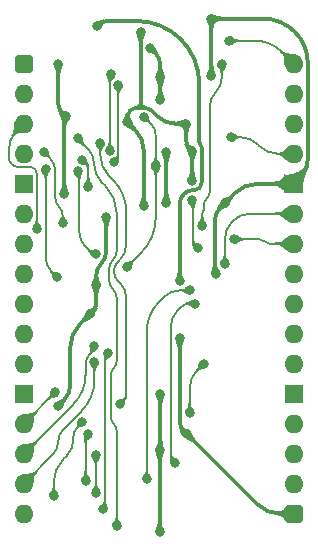
<source format=gbl>
%TF.GenerationSoftware,KiCad,Pcbnew,9.0.2*%
%TF.CreationDate,2025-06-17T09:45:12+02:00*%
%TF.ProjectId,Coprocessor Support,436f7072-6f63-4657-9373-6f7220537570,V0*%
%TF.SameCoordinates,Original*%
%TF.FileFunction,Copper,L2,Bot*%
%TF.FilePolarity,Positive*%
%FSLAX46Y46*%
G04 Gerber Fmt 4.6, Leading zero omitted, Abs format (unit mm)*
G04 Created by KiCad (PCBNEW 9.0.2) date 2025-06-17 09:45:12*
%MOMM*%
%LPD*%
G01*
G04 APERTURE LIST*
G04 Aperture macros list*
%AMRoundRect*
0 Rectangle with rounded corners*
0 $1 Rounding radius*
0 $2 $3 $4 $5 $6 $7 $8 $9 X,Y pos of 4 corners*
0 Add a 4 corners polygon primitive as box body*
4,1,4,$2,$3,$4,$5,$6,$7,$8,$9,$2,$3,0*
0 Add four circle primitives for the rounded corners*
1,1,$1+$1,$2,$3*
1,1,$1+$1,$4,$5*
1,1,$1+$1,$6,$7*
1,1,$1+$1,$8,$9*
0 Add four rect primitives between the rounded corners*
20,1,$1+$1,$2,$3,$4,$5,0*
20,1,$1+$1,$4,$5,$6,$7,0*
20,1,$1+$1,$6,$7,$8,$9,0*
20,1,$1+$1,$8,$9,$2,$3,0*%
G04 Aperture macros list end*
%TA.AperFunction,ComponentPad*%
%ADD10RoundRect,0.400000X-0.400000X-0.400000X0.400000X-0.400000X0.400000X0.400000X-0.400000X0.400000X0*%
%TD*%
%TA.AperFunction,ComponentPad*%
%ADD11O,1.600000X1.600000*%
%TD*%
%TA.AperFunction,ComponentPad*%
%ADD12R,1.600000X1.600000*%
%TD*%
%TA.AperFunction,ViaPad*%
%ADD13C,0.800000*%
%TD*%
%TA.AperFunction,Conductor*%
%ADD14C,0.380000*%
%TD*%
%TA.AperFunction,Conductor*%
%ADD15C,0.200000*%
%TD*%
G04 APERTURE END LIST*
D10*
%TO.P,J7,1,Pin_1*%
%TO.N,5V*%
X0Y0D03*
D11*
%TO.P,J7,2,Pin_2*%
%TO.N,CA19*%
X0Y-2540000D03*
%TO.P,J7,3,Pin_3*%
%TO.N,CA18*%
X0Y-5080000D03*
%TO.P,J7,4,Pin_4*%
%TO.N,CA17*%
X0Y-7620000D03*
D12*
%TO.P,J7,5,Pin_5*%
%TO.N,GND*%
X0Y-10160000D03*
D11*
%TO.P,J7,6,Pin_6*%
%TO.N,CA16*%
X0Y-12700000D03*
%TO.P,J7,7,Pin_7*%
%TO.N,CA15*%
X0Y-15240000D03*
%TO.P,J7,8,Pin_8*%
%TO.N,CA14*%
X0Y-17780000D03*
%TO.P,J7,9,Pin_9*%
%TO.N,CA13*%
X0Y-20320000D03*
%TO.P,J7,10,Pin_10*%
%TO.N,CA12*%
X0Y-22860000D03*
%TO.P,J7,11,Pin_11*%
%TO.N,CA11*%
X0Y-25400000D03*
D12*
%TO.P,J7,12,Pin_12*%
%TO.N,GND*%
X0Y-27940000D03*
D11*
%TO.P,J7,13,Pin_13*%
%TO.N,CA10*%
X0Y-30480000D03*
%TO.P,J7,14,Pin_14*%
%TO.N,CA9*%
X0Y-33020000D03*
%TO.P,J7,15,Pin_15*%
%TO.N,CA8*%
X0Y-35560000D03*
%TO.P,J7,16,Pin_16*%
%TO.N,CA7*%
X0Y-38100000D03*
D10*
%TO.P,J7,17,Pin_17*%
%TO.N,5V*%
X22860000Y-38100000D03*
D11*
%TO.P,J7,18,Pin_18*%
%TO.N,CA6*%
X22860000Y-35560000D03*
%TO.P,J7,19,Pin_19*%
%TO.N,CA5*%
X22860000Y-33020000D03*
%TO.P,J7,20,Pin_20*%
%TO.N,CA4*%
X22860000Y-30480000D03*
D12*
%TO.P,J7,21,Pin_21*%
%TO.N,GND*%
X22860000Y-27940000D03*
D11*
%TO.P,J7,22,Pin_22*%
%TO.N,CA3*%
X22860000Y-25400000D03*
%TO.P,J7,23,Pin_23*%
%TO.N,CA2*%
X22860000Y-22860000D03*
%TO.P,J7,24,Pin_24*%
%TO.N,CA1*%
X22860000Y-20320000D03*
%TO.P,J7,25,Pin_25*%
%TO.N,CA0*%
X22860000Y-17780000D03*
%TO.P,J7,26,Pin_26*%
%TO.N,INT*%
X22860000Y-15240000D03*
%TO.P,J7,27,Pin_27*%
%TO.N,~{INT}*%
X22860000Y-12700000D03*
D12*
%TO.P,J7,28,Pin_28*%
%TO.N,GND*%
X22860000Y-10160000D03*
D11*
%TO.P,J7,29,Pin_29*%
%TO.N,CLR*%
X22860000Y-7620000D03*
%TO.P,J7,30,Pin_30*%
%TO.N,CAMemory1*%
X22860000Y-5080000D03*
%TO.P,J7,31,Pin_31*%
%TO.N,CAMemory0*%
X22860000Y-2540000D03*
%TO.P,J7,32,Pin_32*%
%TO.N,~{Reset}*%
X22860000Y0D03*
%TD*%
D13*
%TO.N,/3.3V*%
X14224000Y-9906000D03*
%TO.N,GND*%
X16256000Y-17780000D03*
X17018000Y-11811000D03*
%TO.N,~{INT}*%
X17018000Y-16921000D03*
%TO.N,INT*%
X17834101Y-14866583D03*
%TO.N,/~{RD}*%
X16764000Y0D03*
X15113000Y-13716000D03*
%TO.N,/~{CATOP}*%
X14732000Y-15621000D03*
X14224000Y-11557000D03*
%TO.N,CLR*%
X17526000Y-6223000D03*
%TO.N,/3.3V*%
X14261207Y-7366000D03*
%TO.N,CA0*%
X14097000Y-19177000D03*
%TO.N,CA1*%
X14478000Y-20320000D03*
%TO.N,CA3*%
X15240000Y-25400000D03*
%TO.N,GND*%
X15875000Y3810000D03*
X15875000Y-1016000D03*
X11554847Y-1140847D03*
X10717999Y1319999D03*
X11554847Y-3061142D03*
%TO.N,~{Reset}*%
X17399000Y1950000D03*
%TO.N,GND*%
X12065000Y-7493000D03*
%TO.N,CA19*%
X10160000Y-4553000D03*
%TO.N,/Reset*%
X7366000Y-889000D03*
X7287657Y-7361731D03*
%TO.N,/RD*%
X7601656Y-8363684D03*
X8001000Y-1778000D03*
%TO.N,GND*%
X6985000Y-12954000D03*
X3429000Y-11049000D03*
X11515831Y-32724831D03*
X5588000Y-21209000D03*
X11515831Y-39665169D03*
X12065000Y-11811000D03*
X3556000Y-4445000D03*
X11557000Y-27940000D03*
X2921000Y0D03*
X2921000Y-28956000D03*
X6131763Y-18749974D03*
%TO.N,5V*%
X13843000Y-31369000D03*
X13208000Y-23241000D03*
X13208000Y-18427000D03*
X6223000Y3175000D03*
%TO.N,/3.3V*%
X13749912Y-5080000D03*
X10160000Y-12065000D03*
X8780000Y-4970000D03*
X9906000Y2667000D03*
%TO.N,CA19*%
X8721898Y-17224000D03*
X11176000Y-8636000D03*
%TO.N,CA2*%
X6731000Y-37719000D03*
X7124000Y-24511000D03*
%TO.N,CA3*%
X14048000Y-29543086D03*
X2540000Y-36576000D03*
X4953000Y-30353000D03*
%TO.N,CA1*%
X12827000Y-33782000D03*
%TO.N,CA0*%
X10414000Y-35179000D03*
%TO.N,/~{CAAA}*%
X4572000Y-6305000D03*
X7874000Y-39116000D03*
%TO.N,CA8*%
X5981368Y-25249493D03*
%TO.N,CA4*%
X5231000Y-35306000D03*
X5461000Y-31369000D03*
%TO.N,CA6*%
X6108000Y-36322000D03*
X6108000Y-33141491D03*
%TO.N,/~{CAAB}*%
X6477361Y-6693954D03*
X8128000Y-28829000D03*
%TO.N,CA10*%
X2667000Y-27813000D03*
%TO.N,CA17*%
X1693498Y-7439096D03*
X3302000Y-13462000D03*
%TO.N,CA9*%
X5969000Y-23876000D03*
%TO.N,CA18*%
X1143000Y-13970000D03*
%TO.N,/~{CAAC}*%
X6142942Y-16089416D03*
X4563039Y-9102903D03*
%TO.N,/~{CAAD}*%
X2794000Y-18034000D03*
X1851000Y-8899304D03*
%TO.N,/~{AB}*%
X4953000Y-8128000D03*
X5461000Y-10414000D03*
%TD*%
D14*
%TO.N,/3.3V*%
X9010500Y-3943500D02*
G75*
G03*
X8779990Y-4499976I556500J-556500D01*
G01*
X11297392Y-4439392D02*
G75*
G03*
X12843956Y-5080003I1546568J1546562D01*
G01*
X13749912Y-6493164D02*
G75*
G03*
X14005551Y-7110360I872788J-36D01*
G01*
X9470000Y-5660000D02*
G75*
G02*
X10159997Y-7325807I-1665800J-1665800D01*
G01*
X10806113Y-3948113D02*
G75*
G03*
X10238500Y-3712992I-567613J-567587D01*
G01*
X14261207Y-9842483D02*
G75*
G02*
X14242610Y-9887403I-63507J-17D01*
G01*
X9573500Y-3713000D02*
G75*
G03*
X9906000Y-3380500I0J332500D01*
G01*
X9906000Y-3380500D02*
G75*
G03*
X10238500Y-3713000I332500J0D01*
G01*
X9566976Y-3713000D02*
G75*
G03*
X9010507Y-3943507I24J-787000D01*
G01*
X10238500Y-3713000D02*
X9573500Y-3713000D01*
%TO.N,5V*%
X13304499Y2062500D02*
G75*
G03*
X9551603Y3617001I-3752899J-3752900D01*
G01*
X14859000Y-6604586D02*
G75*
G03*
X14980091Y-6896968I413500J-14D01*
G01*
X14279530Y-10717000D02*
G75*
G03*
X13590741Y-11002274I-30J-974100D01*
G01*
X14980103Y-6896956D02*
G75*
G02*
X15101179Y-7189326I-292403J-292344D01*
G01*
X6977542Y3617001D02*
G75*
G03*
X6443987Y3396013I-42J-754501D01*
G01*
X13208000Y-30284987D02*
G75*
G03*
X13525496Y-31051504I1084000J-13D01*
G01*
X14892103Y-10507896D02*
G75*
G02*
X14387282Y-10716994I-504803J504796D01*
G01*
X15101207Y-10003075D02*
G75*
G02*
X14892112Y-10507905I-713907J-25D01*
G01*
X13542030Y-11051030D02*
G75*
G03*
X13208021Y-11857449I806370J-806370D01*
G01*
X19765776Y-37291776D02*
G75*
G03*
X21717000Y-38099984I1951224J1951276D01*
G01*
X13304499Y2062500D02*
G75*
G02*
X14859001Y-1690395I-3752899J-3752900D01*
G01*
%TO.N,GND*%
X11136423Y901575D02*
G75*
G02*
X11554866Y-108589I-1010123J-1010175D01*
G01*
X3492500Y-4508500D02*
G75*
G03*
X3429001Y-4661802I153300J-153300D01*
G01*
X2921000Y-3360987D02*
G75*
G03*
X3238499Y-4127501I1084010J-3D01*
G01*
X19836433Y-10160000D02*
G75*
G03*
X17843490Y-10985490I-33J-2818400D01*
G01*
X22947500Y2706500D02*
G75*
G03*
X20283415Y3810006I-2664100J-2664100D01*
G01*
X16178000Y-17646845D02*
G75*
G03*
X16217034Y-17740966I133100J45D01*
G01*
X6985000Y-15888358D02*
G75*
G02*
X6558383Y-16918308I-1456570J-2D01*
G01*
X3937000Y-27221579D02*
G75*
G02*
X3429000Y-28448000I-1734420J-1D01*
G01*
X4762500Y-22034500D02*
G75*
G03*
X3937001Y-24027433I1992930J-1992930D01*
G01*
X11557000Y-32654551D02*
G75*
G02*
X11536394Y-32704225I-70300J51D01*
G01*
X6558381Y-16918306D02*
G75*
G03*
X6131763Y-17948254I1029939J-1029944D01*
G01*
X24051000Y-8126835D02*
G75*
G02*
X23455500Y-9564500I-2033180J5D01*
G01*
X22947500Y2706500D02*
G75*
G02*
X24051006Y42415I-2664100J-2664100D01*
G01*
X6131763Y-20280738D02*
G75*
G02*
X5859883Y-20937120I-928263J-2D01*
G01*
X16598000Y-12231000D02*
G75*
G03*
X16177987Y-13244969I1014000J-1014000D01*
G01*
D15*
%TO.N,~{Reset}*%
X21885000Y974999D02*
G75*
G03*
X19531141Y1950000I-2353860J-2353859D01*
G01*
%TO.N,INT*%
X20387291Y-15053291D02*
G75*
G03*
X19936537Y-14866543I-450791J-450709D01*
G01*
X20387291Y-15053291D02*
G75*
G03*
X20838045Y-15239957I450709J450791D01*
G01*
%TO.N,/~{RD}*%
X16764000Y-1186579D02*
G75*
G02*
X16256006Y-2413006I-1734400J-21D01*
G01*
X15218720Y-12418625D02*
G75*
G02*
X15165856Y-12546237I-180520J25D01*
G01*
X15165860Y-12546241D02*
G75*
G03*
X15112976Y-12673856I127640J-127659D01*
G01*
X15483360Y-11440640D02*
G75*
G03*
X15218730Y-12079537I638840J-638860D01*
G01*
X15748000Y-10801742D02*
G75*
G02*
X15483331Y-11440611I-903500J42D01*
G01*
X16256000Y-2413000D02*
G75*
G03*
X15748008Y-3639420I1226400J-1226400D01*
G01*
%TO.N,~{INT}*%
X17653000Y-13335000D02*
G75*
G03*
X17018011Y-14868025I1533000J-1533000D01*
G01*
X19186025Y-12700000D02*
G75*
G03*
X17652992Y-13334992I-25J-2168000D01*
G01*
%TO.N,/RD*%
X8001000Y-7681961D02*
G75*
G02*
X7801329Y-8164013I-681730J1D01*
G01*
%TO.N,/Reset*%
X7326828Y-928171D02*
G75*
G03*
X7287685Y-1022739I94572J-94529D01*
G01*
%TO.N,/~{CATOP}*%
X14285180Y-11618180D02*
G75*
G02*
X14346379Y-11765881I-147680J-147720D01*
G01*
X14346360Y-14962671D02*
G75*
G03*
X14539163Y-15428197I658340J-29D01*
G01*
%TO.N,CLR*%
X19875500Y-6921500D02*
G75*
G03*
X21561828Y-7619988I1686300J1686300D01*
G01*
X19760716Y-6806716D02*
G75*
G03*
X18351500Y-6222990I-1409216J-1409184D01*
G01*
%TO.N,/~{AB}*%
X5207000Y-8382000D02*
G75*
G02*
X5460996Y-8995210I-613200J-613200D01*
G01*
%TO.N,/~{CAAD}*%
X1851000Y-16424198D02*
G75*
G03*
X2322500Y-17562500I1609800J-2D01*
G01*
%TO.N,/~{CAAC}*%
X4699000Y-14205767D02*
G75*
G03*
X5250706Y-15537710I1883650J-3D01*
G01*
X4631019Y-9170883D02*
G75*
G02*
X4698998Y-9335002I-164119J-164117D01*
G01*
X5682021Y-15969021D02*
G75*
G03*
X5972679Y-16089441I290679J290621D01*
G01*
%TO.N,CA18*%
X953000Y-8911000D02*
G75*
G03*
X595696Y-8763001I-357300J-357300D01*
G01*
X953000Y-8911000D02*
G75*
G02*
X1100999Y-9268303I-357300J-357300D01*
G01*
X1101000Y-13898301D02*
G75*
G03*
X1122000Y-13949000I71700J1D01*
G01*
X-1270000Y-7895789D02*
G75*
G03*
X-1016000Y-8509000I867220J3D01*
G01*
X-634999Y-5715000D02*
G75*
G03*
X-1270001Y-7248025I1533029J-1533030D01*
G01*
X-1016000Y-8509000D02*
G75*
G03*
X-402789Y-8763000I613214J613220D01*
G01*
%TO.N,CA9*%
X5969000Y-24038600D02*
G75*
G02*
X5854035Y-24316186I-392600J0D01*
G01*
X5231368Y-26363732D02*
G75*
G02*
X4223812Y-28796189I-3440018J2D01*
G01*
X5600184Y-24570016D02*
G75*
G03*
X5231384Y-25460416I890416J-890384D01*
G01*
%TO.N,CA17*%
X2667000Y-11361987D02*
G75*
G03*
X2984499Y-12128501I1084010J-3D01*
G01*
X2984500Y-12128500D02*
G75*
G02*
X3301995Y-12895012I-766500J-766500D01*
G01*
X2180249Y-7925847D02*
G75*
G02*
X2667002Y-9100967I-1175119J-1175123D01*
G01*
%TO.N,/~{CAAB}*%
X6477361Y-7728657D02*
G75*
G03*
X7209006Y-9495006I2497989J-3D01*
G01*
X7965280Y-16770057D02*
G75*
G03*
X7631979Y-17574669I804620J-804643D01*
G01*
X8678493Y-27889249D02*
G75*
G02*
X8403247Y-28553754I-939753J-1D01*
G01*
X8678493Y-15316863D02*
G75*
G02*
X8155246Y-16580092I-1786483J3D01*
G01*
X7577927Y-9863927D02*
G75*
G02*
X8678495Y-12520928I-2656997J-2657003D01*
G01*
X8155246Y-18569246D02*
G75*
G02*
X8678505Y-19832475I-1263246J-1263254D01*
G01*
X7632000Y-17574669D02*
G75*
G03*
X7965280Y-18379280I1137890J-1D01*
G01*
%TO.N,CA4*%
X5346000Y-31484000D02*
G75*
G03*
X5231014Y-31761634I277600J-277600D01*
G01*
%TO.N,CA8*%
X3370012Y-30919987D02*
G75*
G03*
X2920992Y-32004000I1083988J-1084013D01*
G01*
X2921000Y-32004000D02*
G75*
G02*
X2471988Y-33088013I-1533030J0D01*
G01*
X5981368Y-26779062D02*
G75*
G02*
X4899798Y-29390199I-3692708J2D01*
G01*
%TO.N,/~{CAAA}*%
X6921500Y-10350500D02*
G75*
G02*
X7874001Y-12650038I-2299540J-2299540D01*
G01*
X7553000Y-19110000D02*
G75*
G02*
X7874016Y-19884962I-775000J-775000D01*
G01*
X7232000Y-18335037D02*
G75*
G03*
X7552999Y-19110001I1095960J-3D01*
G01*
X7626000Y-25775000D02*
G75*
G03*
X7378010Y-26373724I598700J-598700D01*
G01*
X5969000Y-8550000D02*
G75*
G03*
X6568637Y-9997615I2047200J0D01*
G01*
X7874000Y-15841690D02*
G75*
G02*
X7553013Y-16616666I-1096000J-10D01*
G01*
X7626000Y-30508331D02*
G75*
G02*
X7874038Y-31107055I-598700J-598769D01*
G01*
X7874000Y-25176275D02*
G75*
G02*
X7626001Y-25775001I-846740J5D01*
G01*
X5369373Y-7102373D02*
G75*
G02*
X5969001Y-8550000I-1447623J-1447627D01*
G01*
X7378000Y-29909606D02*
G75*
G03*
X7626008Y-30508323I846700J6D01*
G01*
X7553000Y-16616653D02*
G75*
G03*
X7232022Y-17391615I775000J-774947D01*
G01*
%TO.N,CA0*%
X13271500Y-19177000D02*
G75*
G03*
X11862290Y-19760723I0J-1992900D01*
G01*
X11430000Y-20193000D02*
G75*
G03*
X10413997Y-22645840I2452830J-2452840D01*
G01*
%TO.N,CA1*%
X13023499Y-20885499D02*
G75*
G03*
X12458014Y-22250737I1365201J-1365201D01*
G01*
X14033500Y-20320000D02*
G75*
G03*
X13274695Y-20634312I0J-1073100D01*
G01*
X12458000Y-33152077D02*
G75*
G03*
X12642493Y-33597507I629900J-23D01*
G01*
%TO.N,CA3*%
X14644000Y-25996000D02*
G75*
G03*
X14047988Y-27434871I1438900J-1438900D01*
G01*
X3348222Y-33481776D02*
G75*
G03*
X2540000Y-35433000I1951228J-1951224D01*
G01*
X4572000Y-30734000D02*
G75*
G03*
X4191006Y-31653815I919800J-919800D01*
G01*
X4191000Y-31877000D02*
G75*
G02*
X3652184Y-33177815I-1839630J0D01*
G01*
%TO.N,CA2*%
X6991000Y-24644000D02*
G75*
G03*
X6857996Y-24965090I321100J-321100D01*
G01*
X6858000Y-37502197D02*
G75*
G02*
X6794501Y-37655501I-216800J-3D01*
G01*
%TO.N,CA19*%
X11176000Y-13034585D02*
G75*
G02*
X9948947Y-15996947I-4189420J5D01*
G01*
X10722000Y-5007000D02*
G75*
G02*
X11176019Y-6103052I-1096100J-1096100D01*
G01*
X10306183Y-4591183D02*
G75*
G03*
X10214000Y-4553010I-92183J-92217D01*
G01*
D14*
%TO.N,GND*%
X11136423Y901575D02*
X10717999Y1319999D01*
X11554847Y-108589D02*
X11554847Y-1140847D01*
%TO.N,5V*%
X6444000Y3396000D02*
X6223000Y3175000D01*
X9551603Y3617000D02*
X6977542Y3617001D01*
X14859000Y-6604586D02*
X14859000Y-1690395D01*
X15101207Y-7189326D02*
X15101207Y-10003075D01*
X13590763Y-11002296D02*
X13542030Y-11051030D01*
X13208000Y-11857449D02*
X13208000Y-18427000D01*
X14279530Y-10717000D02*
X14387282Y-10717000D01*
%TO.N,GND*%
X3238500Y-4127500D02*
X3556000Y-4445000D01*
X2921000Y-3360987D02*
X2921000Y0D01*
D15*
%TO.N,/Reset*%
X7326828Y-928171D02*
X7366000Y-889000D01*
X7287657Y-7361731D02*
X7287657Y-1022739D01*
%TO.N,/RD*%
X8001000Y-7681961D02*
X8001000Y-1778000D01*
X7801328Y-8164012D02*
X7601656Y-8363684D01*
D14*
%TO.N,/3.3V*%
X9573500Y-3713000D02*
X9566976Y-3713000D01*
X13749912Y-5080000D02*
X12843956Y-5080000D01*
X8780000Y-4499976D02*
X8780000Y-4970000D01*
X11297392Y-4439392D02*
X10806113Y-3948113D01*
X9906000Y2667000D02*
X9906000Y-3380500D01*
D15*
%TO.N,/~{CAAA}*%
X6921500Y-10350500D02*
X6568626Y-9997626D01*
X7874000Y-12650038D02*
X7874000Y-15841690D01*
X7874000Y-19884962D02*
X7874000Y-25176275D01*
X7378000Y-26373724D02*
X7378000Y-29909606D01*
X7874000Y-39116000D02*
X7874000Y-31107055D01*
X4572000Y-6305000D02*
X5369373Y-7102373D01*
X7232000Y-18335037D02*
X7232000Y-17391615D01*
%TO.N,/~{CAAB}*%
X6477361Y-6693954D02*
X6477361Y-7728657D01*
X8678493Y-15316863D02*
X8678493Y-12520928D01*
X7209006Y-9495006D02*
X7577927Y-9863927D01*
X8155246Y-18569246D02*
X7965280Y-18379280D01*
X7965280Y-16770057D02*
X8155246Y-16580092D01*
X8678493Y-27889249D02*
X8678493Y-19832475D01*
X8403246Y-28553753D02*
X8128000Y-28829000D01*
%TO.N,/~{AB}*%
X5461000Y-10414000D02*
X5461000Y-8995210D01*
X4953000Y-8128000D02*
X5207000Y-8382000D01*
D14*
%TO.N,GND*%
X24051000Y-8126835D02*
X24051000Y42415D01*
X20283415Y3810000D02*
X15875000Y3810000D01*
D15*
%TO.N,CA0*%
X14097000Y-19177000D02*
X13271500Y-19177000D01*
X11862283Y-19760716D02*
X11430000Y-20193000D01*
X10414000Y-22645840D02*
X10414000Y-35179000D01*
%TO.N,CA1*%
X13023499Y-20885499D02*
X13274691Y-20634308D01*
X12458000Y-22250737D02*
X12458000Y-33152077D01*
X14033500Y-20320000D02*
X14478000Y-20320000D01*
X12642500Y-33597500D02*
X12827000Y-33782000D01*
%TO.N,INT*%
X17834101Y-14866583D02*
X19936537Y-14866583D01*
%TO.N,~{INT}*%
X17018000Y-14868025D02*
X17018000Y-16921000D01*
X19186025Y-12700000D02*
X22860000Y-12700000D01*
%TO.N,~{Reset}*%
X21885000Y974999D02*
X22860000Y0D01*
X17399000Y1950000D02*
X19531141Y1949999D01*
D14*
%TO.N,/3.3V*%
X13749912Y-5080000D02*
X13749912Y-6493164D01*
X14005559Y-7110352D02*
X14261207Y-7366000D01*
%TO.N,GND*%
X12065000Y-7493000D02*
X12065000Y-11811000D01*
D15*
%TO.N,/~{CATOP}*%
X14285180Y-11618180D02*
X14224000Y-11557000D01*
X14346360Y-11765881D02*
X14346360Y-14962671D01*
X14732000Y-15621000D02*
X14539180Y-15428180D01*
D14*
%TO.N,GND*%
X17018000Y-11811000D02*
X17843500Y-10985500D01*
X19836433Y-10160000D02*
X22860000Y-10160000D01*
%TO.N,/3.3V*%
X14242603Y-9887396D02*
X14224000Y-9906000D01*
X14261207Y-9842483D02*
X14261207Y-7366000D01*
D15*
%TO.N,/~{RD}*%
X16764000Y-1186579D02*
X16764000Y0D01*
X15218720Y-12418625D02*
X15218720Y-12079537D01*
X15113000Y-12673856D02*
X15113000Y-13716000D01*
X15748000Y-10801742D02*
X15748000Y-3639420D01*
D14*
%TO.N,GND*%
X16178000Y-17646845D02*
X16178000Y-13244969D01*
X17018000Y-11811000D02*
X16598000Y-12231000D01*
X16217000Y-17741000D02*
X16256000Y-17780000D01*
D15*
%TO.N,INT*%
X20838045Y-15240000D02*
X22860000Y-15240000D01*
%TO.N,CLR*%
X18351500Y-6223000D02*
X17526000Y-6223000D01*
X19875500Y-6921500D02*
X19760716Y-6806716D01*
X21561828Y-7620000D02*
X22860000Y-7620000D01*
D14*
%TO.N,GND*%
X11554847Y-1140847D02*
X11554847Y-3061142D01*
%TO.N,5V*%
X13843000Y-31369000D02*
X19765776Y-37291776D01*
X21717000Y-38100000D02*
X22860000Y-38100000D01*
%TO.N,GND*%
X15875000Y-1016000D02*
X15875000Y3810000D01*
D15*
%TO.N,CA19*%
X10160000Y-4553000D02*
X10214000Y-4553000D01*
X11176000Y-8636000D02*
X11176000Y-6103052D01*
X10722000Y-5007000D02*
X10306183Y-4591183D01*
%TO.N,/~{CAAC}*%
X4631019Y-9170883D02*
X4563039Y-9102903D01*
X4699000Y-14205767D02*
X4699000Y-9335002D01*
X5250708Y-15537708D02*
X5682021Y-15969021D01*
X6142942Y-16089416D02*
X5972679Y-16089416D01*
%TO.N,CA19*%
X9948949Y-15996949D02*
X8721898Y-17224000D01*
X11176000Y-13034585D02*
X11176000Y-8636000D01*
%TO.N,/~{CAAD}*%
X1851000Y-8899304D02*
X1851000Y-16424198D01*
X2794000Y-18034000D02*
X2322500Y-17562500D01*
D14*
%TO.N,GND*%
X6131763Y-18749974D02*
X6131763Y-17948254D01*
X6985000Y-15888358D02*
X6985000Y-12954000D01*
X6131763Y-18749974D02*
X6131763Y-20280738D01*
X5588000Y-21209000D02*
X5859881Y-20937118D01*
X3429000Y-4661802D02*
X3429000Y-11049000D01*
X5588000Y-21209000D02*
X4762500Y-22034500D01*
X3429000Y-28448000D02*
X2921000Y-28956000D01*
X3492500Y-4508500D02*
X3556000Y-4445000D01*
X3937000Y-27221579D02*
X3937000Y-24027433D01*
X11536415Y-32704246D02*
X11515831Y-32724831D01*
X11557000Y-32654551D02*
X11557000Y-27940000D01*
X11515831Y-39665169D02*
X11515831Y-32724831D01*
%TO.N,5V*%
X13208000Y-23241000D02*
X13208000Y-30284987D01*
X13525500Y-31051500D02*
X13843000Y-31369000D01*
%TO.N,/3.3V*%
X10160000Y-7325807D02*
X10160000Y-12065000D01*
X8780000Y-4970000D02*
X9470000Y-5660000D01*
D15*
%TO.N,CA2*%
X6858000Y-24965090D02*
X6858000Y-37502197D01*
X7124000Y-24511000D02*
X6991000Y-24644000D01*
X6731000Y-37719000D02*
X6794500Y-37655500D01*
%TO.N,CA3*%
X4953000Y-30353000D02*
X4572000Y-30734000D01*
X3348222Y-33481776D02*
X3652184Y-33177815D01*
X14644000Y-25996000D02*
X15240000Y-25400000D01*
X4191000Y-31653815D02*
X4191000Y-31877000D01*
X2540000Y-36576000D02*
X2540000Y-35433000D01*
X14048000Y-27434871D02*
X14048000Y-29543086D01*
%TO.N,CA8*%
X2471987Y-33088012D02*
X0Y-35560000D01*
X5981368Y-25249493D02*
X5981368Y-26779062D01*
X3370012Y-30919987D02*
X4899799Y-29390200D01*
%TO.N,CA4*%
X5346000Y-31484000D02*
X5461000Y-31369000D01*
X5231000Y-31761634D02*
X5231000Y-35306000D01*
%TO.N,CA6*%
X6108000Y-33141491D02*
X6108000Y-36322000D01*
%TO.N,CA10*%
X2667000Y-27813000D02*
X0Y-30480000D01*
%TO.N,CA17*%
X3302000Y-13462000D02*
X3302000Y-12895012D01*
X2667000Y-11361987D02*
X2667000Y-9100967D01*
X2180249Y-7925847D02*
X1693498Y-7439096D01*
%TO.N,CA9*%
X5231368Y-26363732D02*
X5231368Y-25460416D01*
X5969000Y-24038600D02*
X5969000Y-23876000D01*
X4223811Y-28796188D02*
X0Y-33020000D01*
X5854024Y-24316175D02*
X5600184Y-24570016D01*
%TO.N,CA18*%
X595696Y-8763000D02*
X-402789Y-8763000D01*
X-1270000Y-7895789D02*
X-1270000Y-7248025D01*
X1122000Y-13949000D02*
X1143000Y-13970000D01*
X1101000Y-9268303D02*
X1101000Y-13898301D01*
X-634999Y-5715000D02*
X0Y-5080000D01*
%TD*%
%TA.AperFunction,Conductor*%
%TO.N,/3.3V*%
G36*
X13968921Y-6708996D02*
G01*
X13973505Y-6714978D01*
X14007020Y-6814134D01*
X14007021Y-6814135D01*
X14061704Y-6877596D01*
X14132372Y-6911628D01*
X14217064Y-6932215D01*
X14217191Y-6932247D01*
X14357311Y-6969624D01*
X14359586Y-6970495D01*
X14471702Y-7027451D01*
X14477526Y-7034253D01*
X14476834Y-7043181D01*
X14476143Y-7044365D01*
X14264103Y-7362921D01*
X14256666Y-7367909D01*
X14256617Y-7367919D01*
X13879792Y-7441896D01*
X13871014Y-7440127D01*
X13866190Y-7433261D01*
X13840001Y-7328847D01*
X13840000Y-7328843D01*
X13839999Y-7328841D01*
X13839998Y-7328836D01*
X13806794Y-7241165D01*
X13733204Y-7111707D01*
X13721564Y-7093579D01*
X13721121Y-7092827D01*
X13694356Y-7043181D01*
X13652022Y-6964658D01*
X13651300Y-6963032D01*
X13623003Y-6883339D01*
X13622666Y-6882210D01*
X13621538Y-6877596D01*
X13600419Y-6791237D01*
X13601782Y-6782389D01*
X13609005Y-6777095D01*
X13609484Y-6776988D01*
X13960141Y-6707249D01*
X13968921Y-6708996D01*
G37*
%TD.AperFunction*%
%TD*%
%TA.AperFunction,Conductor*%
%TO.N,5V*%
G36*
X6825957Y3790495D02*
G01*
X6831191Y3783229D01*
X6831278Y3782826D01*
X6901002Y3432219D01*
X6899255Y3423436D01*
X6893133Y3418807D01*
X6793110Y3386413D01*
X6726349Y3334642D01*
X6726348Y3334641D01*
X6726347Y3334640D01*
X6686996Y3267653D01*
X6686992Y3267645D01*
X6659296Y3186400D01*
X6625147Y3085968D01*
X6624436Y3084308D01*
X6561616Y2964288D01*
X6554743Y2958548D01*
X6545824Y2959348D01*
X6544777Y2959967D01*
X6226076Y3172104D01*
X6221090Y3179540D01*
X6147069Y3556590D01*
X6148838Y3565367D01*
X6155520Y3570144D01*
X6351233Y3622618D01*
X6351240Y3622621D01*
X6486898Y3681001D01*
X6607904Y3733953D01*
X6608970Y3734359D01*
X6702936Y3764968D01*
X6703875Y3765231D01*
X6817118Y3791932D01*
X6825957Y3790495D01*
G37*
%TD.AperFunction*%
%TD*%
%TA.AperFunction,Conductor*%
%TO.N,GND*%
G36*
X23806795Y-8597316D02*
G01*
X24152317Y-8689899D01*
X24159420Y-8695349D01*
X24160589Y-8704227D01*
X24159973Y-8705965D01*
X23988348Y-9090702D01*
X23831513Y-9516383D01*
X23726886Y-9886605D01*
X23726882Y-9886622D01*
X23672465Y-10188102D01*
X23672465Y-10188103D01*
X23660806Y-10409132D01*
X23656948Y-10417213D01*
X23648506Y-10420200D01*
X23645463Y-10419629D01*
X22864355Y-10162483D01*
X22857569Y-10156641D01*
X22857560Y-10156624D01*
X22721872Y-9886622D01*
X22465225Y-9375926D01*
X22464573Y-9366996D01*
X22470426Y-9360219D01*
X22475017Y-9358992D01*
X22601401Y-9351836D01*
X22726707Y-9332065D01*
X22849953Y-9301652D01*
X22849966Y-9301647D01*
X22849972Y-9301646D01*
X22896551Y-9286019D01*
X22979333Y-9258249D01*
X23104109Y-9205136D01*
X23228749Y-9140503D01*
X23345741Y-9068271D01*
X23453904Y-8989899D01*
X23551739Y-8907066D01*
X23704166Y-8743372D01*
X23793900Y-8602335D01*
X23801231Y-8597197D01*
X23806795Y-8597316D01*
G37*
%TD.AperFunction*%
%TD*%
%TA.AperFunction,Conductor*%
%TO.N,GND*%
G36*
X5910837Y-20526435D02*
G01*
X6241208Y-20663279D01*
X6247540Y-20669611D01*
X6247661Y-20678261D01*
X6183858Y-20845374D01*
X6183852Y-20845389D01*
X6140821Y-20977683D01*
X6140690Y-20978065D01*
X6068401Y-21176694D01*
X6067777Y-21178109D01*
X6010133Y-21288501D01*
X6009672Y-21289305D01*
X5926972Y-21421056D01*
X5919671Y-21426241D01*
X5910842Y-21424746D01*
X5910586Y-21424580D01*
X5589580Y-21211227D01*
X5586314Y-21207963D01*
X5565998Y-21177421D01*
X5372929Y-20887172D01*
X5371202Y-20878388D01*
X5376192Y-20870952D01*
X5377185Y-20870360D01*
X5505700Y-20802225D01*
X5507505Y-20801455D01*
X5624581Y-20762804D01*
X5624940Y-20762692D01*
X5648526Y-20755820D01*
X5648529Y-20755818D01*
X5648535Y-20755817D01*
X5749987Y-20716304D01*
X5749987Y-20716303D01*
X5749992Y-20716302D01*
X5789514Y-20689272D01*
X5826642Y-20652000D01*
X5864535Y-20596750D01*
X5895835Y-20532140D01*
X5902523Y-20526193D01*
X5910837Y-20526435D01*
G37*
%TD.AperFunction*%
%TD*%
%TA.AperFunction,Conductor*%
%TO.N,/RD*%
G36*
X8088196Y-7707443D02*
G01*
X8096370Y-7711098D01*
X8099565Y-7719463D01*
X8099546Y-7719884D01*
X8081245Y-8006371D01*
X8081063Y-8007809D01*
X8039633Y-8225816D01*
X8039586Y-8226053D01*
X7996356Y-8430438D01*
X7991291Y-8437823D01*
X7982655Y-8439498D01*
X7606411Y-8365622D01*
X7598953Y-8360665D01*
X7598927Y-8360627D01*
X7386450Y-8041638D01*
X7384716Y-8032853D01*
X7389702Y-8025414D01*
X7390493Y-8024931D01*
X7453394Y-7989884D01*
X7454951Y-7989163D01*
X7526716Y-7962131D01*
X7528286Y-7961662D01*
X7664542Y-7931234D01*
X7757162Y-7911733D01*
X7831311Y-7877606D01*
X7857707Y-7852078D01*
X7878272Y-7818044D01*
X7893711Y-7767732D01*
X7899294Y-7713026D01*
X7903544Y-7705146D01*
X7911258Y-7702521D01*
X8088196Y-7707443D01*
G37*
%TD.AperFunction*%
%TD*%
%TA.AperFunction,Conductor*%
%TO.N,/~{CATOP}*%
G36*
X14443728Y-14956867D02*
G01*
X14447126Y-14964318D01*
X14450778Y-15016187D01*
X14450779Y-15016192D01*
X14463566Y-15065254D01*
X14484018Y-15102681D01*
X14511429Y-15130527D01*
X14584314Y-15165696D01*
X14676487Y-15187172D01*
X14676721Y-15187230D01*
X14831628Y-15227183D01*
X14833944Y-15228051D01*
X14942404Y-15282478D01*
X14948261Y-15289251D01*
X14947613Y-15298183D01*
X14946893Y-15299422D01*
X14734701Y-15617944D01*
X14727262Y-15622929D01*
X14727218Y-15622938D01*
X14351050Y-15696804D01*
X14342272Y-15695035D01*
X14337340Y-15687694D01*
X14302087Y-15517256D01*
X14272835Y-15372776D01*
X14272688Y-15371869D01*
X14261825Y-15282478D01*
X14252225Y-15203485D01*
X14252144Y-15202370D01*
X14246638Y-14965411D01*
X14249872Y-14957061D01*
X14258063Y-14953443D01*
X14258335Y-14953440D01*
X14435455Y-14953440D01*
X14443728Y-14956867D01*
G37*
%TD.AperFunction*%
%TD*%
%TA.AperFunction,Conductor*%
%TO.N,/~{AB}*%
G36*
X5343009Y-8053908D02*
G01*
X5347879Y-8060962D01*
X5392956Y-8254218D01*
X5435706Y-8391581D01*
X5454326Y-8448386D01*
X5454446Y-8448776D01*
X5488340Y-8565819D01*
X5488516Y-8566500D01*
X5523472Y-8721542D01*
X5521948Y-8730366D01*
X5514631Y-8735529D01*
X5514340Y-8735590D01*
X5340681Y-8770131D01*
X5331899Y-8768384D01*
X5327104Y-8761707D01*
X5312539Y-8707786D01*
X5312538Y-8707782D01*
X5289485Y-8658430D01*
X5261170Y-8622007D01*
X5261167Y-8622005D01*
X5261166Y-8622003D01*
X5261167Y-8622003D01*
X5227972Y-8596317D01*
X5227968Y-8596315D01*
X5148395Y-8568317D01*
X5053751Y-8556837D01*
X5053749Y-8556836D01*
X5053726Y-8556834D01*
X4984976Y-8549803D01*
X4983646Y-8549589D01*
X4852897Y-8520745D01*
X4850220Y-8519803D01*
X4742678Y-8466490D01*
X4736788Y-8459745D01*
X4737392Y-8450810D01*
X4738124Y-8449541D01*
X4950104Y-8131076D01*
X4957539Y-8126090D01*
X5334232Y-8052139D01*
X5343009Y-8053908D01*
G37*
%TD.AperFunction*%
%TD*%
%TA.AperFunction,Conductor*%
%TO.N,/~{CAAC}*%
G36*
X5539974Y-15683646D02*
G01*
X5628643Y-15751533D01*
X5672814Y-15769049D01*
X5715223Y-15776111D01*
X5779966Y-15768656D01*
X5797916Y-15766590D01*
X5797917Y-15766589D01*
X5797922Y-15766589D01*
X5883086Y-15738406D01*
X5958139Y-15712557D01*
X5959721Y-15712134D01*
X6083814Y-15688163D01*
X6086821Y-15687979D01*
X6207730Y-15696201D01*
X6215749Y-15700180D01*
X6218607Y-15708667D01*
X6218414Y-15710132D01*
X6144590Y-16085338D01*
X6139630Y-16092794D01*
X6139586Y-16092823D01*
X5819755Y-16305395D01*
X5810968Y-16307121D01*
X5803773Y-16302472D01*
X5642959Y-16078335D01*
X5547355Y-15978220D01*
X5480606Y-15908321D01*
X5398755Y-15827109D01*
X5395296Y-15818850D01*
X5398690Y-15810564D01*
X5524591Y-15684663D01*
X5532863Y-15681237D01*
X5539974Y-15683646D01*
G37*
%TD.AperFunction*%
%TD*%
%TA.AperFunction,Conductor*%
%TO.N,CA9*%
G36*
X5589679Y-23800520D02*
G01*
X5964923Y-23874351D01*
X5972377Y-23879310D01*
X6140230Y-24131858D01*
X6184935Y-24199119D01*
X6186661Y-24207906D01*
X6181944Y-24215149D01*
X5927924Y-24394686D01*
X5927916Y-24394693D01*
X5701682Y-24609936D01*
X5695025Y-24616594D01*
X5686752Y-24620021D01*
X5678479Y-24616594D01*
X5552604Y-24490719D01*
X5549177Y-24482446D01*
X5551612Y-24475302D01*
X5620050Y-24386546D01*
X5620052Y-24386542D01*
X5645965Y-24299945D01*
X5645965Y-24299943D01*
X5638321Y-24217204D01*
X5638320Y-24217202D01*
X5638320Y-24217200D01*
X5612367Y-24131856D01*
X5590841Y-24064886D01*
X5590474Y-24063425D01*
X5567242Y-23937122D01*
X5567078Y-23934182D01*
X5570945Y-23879355D01*
X5575754Y-23811175D01*
X5579753Y-23803166D01*
X5588247Y-23800330D01*
X5589679Y-23800520D01*
G37*
%TD.AperFunction*%
%TD*%
%TA.AperFunction,Conductor*%
%TO.N,/~{CAAB}*%
G36*
X8536052Y-28182143D02*
G01*
X8700196Y-28250135D01*
X8706527Y-28256466D01*
X8706656Y-28265097D01*
X8598266Y-28550505D01*
X8537142Y-28821843D01*
X8522578Y-28895570D01*
X8517613Y-28903023D01*
X8508846Y-28904784D01*
X8132404Y-28830862D01*
X8124946Y-28825905D01*
X8124916Y-28825861D01*
X7912784Y-28506953D01*
X7911056Y-28498167D01*
X7916046Y-28490731D01*
X7916823Y-28490257D01*
X7992976Y-28447848D01*
X7994699Y-28447063D01*
X8074998Y-28418143D01*
X8076917Y-28417633D01*
X8223023Y-28391954D01*
X8223459Y-28391885D01*
X8288814Y-28383059D01*
X8382093Y-28355134D01*
X8420465Y-28331150D01*
X8456453Y-28296869D01*
X8492463Y-28246070D01*
X8521075Y-28187796D01*
X8527797Y-28181880D01*
X8536052Y-28182143D01*
G37*
%TD.AperFunction*%
%TD*%
%TA.AperFunction,Conductor*%
%TO.N,CA4*%
G36*
X5465005Y-31370689D02*
G01*
X5465049Y-31370718D01*
X5782975Y-31584105D01*
X5787935Y-31591561D01*
X5786170Y-31600340D01*
X5785557Y-31601171D01*
X5730815Y-31668952D01*
X5729337Y-31670476D01*
X5664560Y-31726125D01*
X5662744Y-31727407D01*
X5532436Y-31801925D01*
X5531998Y-31802163D01*
X5471034Y-31833655D01*
X5395903Y-31890038D01*
X5395900Y-31890041D01*
X5369723Y-31924614D01*
X5349642Y-31967655D01*
X5335830Y-32025514D01*
X5331728Y-32087034D01*
X5327758Y-32095061D01*
X5320054Y-32097956D01*
X5142701Y-32097956D01*
X5134428Y-32094529D01*
X5131001Y-32086256D01*
X5131001Y-32076346D01*
X5123236Y-31764622D01*
X5123236Y-31764619D01*
X5123236Y-31764617D01*
X5070610Y-31458239D01*
X5072587Y-31449507D01*
X5079827Y-31444791D01*
X5456218Y-31368963D01*
X5465005Y-31370689D01*
G37*
%TD.AperFunction*%
%TD*%
%TA.AperFunction,Conductor*%
%TO.N,CA1*%
G36*
X12555353Y-33112343D02*
G01*
X12558752Y-33119811D01*
X12562313Y-33171432D01*
X12574806Y-33220543D01*
X12574809Y-33220550D01*
X12594802Y-33258278D01*
X12594805Y-33258283D01*
X12621628Y-33286665D01*
X12621632Y-33286667D01*
X12621633Y-33286668D01*
X12693087Y-33323516D01*
X12693089Y-33323517D01*
X12783700Y-33347301D01*
X12783853Y-33347342D01*
X12925030Y-33386826D01*
X12927150Y-33387650D01*
X13037462Y-33443459D01*
X13043297Y-33450252D01*
X13042620Y-33459181D01*
X13041917Y-33460386D01*
X12829701Y-33778944D01*
X12822262Y-33783929D01*
X12822218Y-33783938D01*
X12446136Y-33857787D01*
X12441759Y-33856904D01*
X12437383Y-33856035D01*
X12437373Y-33856021D01*
X12437358Y-33856018D01*
X12432408Y-33848591D01*
X12428153Y-33827215D01*
X12428103Y-33826946D01*
X12420663Y-33783938D01*
X12367950Y-33479204D01*
X12367798Y-33477861D01*
X12360565Y-33347301D01*
X12359512Y-33328300D01*
X12359495Y-33327736D01*
X12359466Y-33323516D01*
X12358080Y-33120694D01*
X12361451Y-33112400D01*
X12369700Y-33108916D01*
X12547080Y-33108916D01*
X12555353Y-33112343D01*
G37*
%TD.AperFunction*%
%TD*%
%TA.AperFunction,Conductor*%
%TO.N,CA2*%
G36*
X7125091Y-24513276D02*
G01*
X7128352Y-24516533D01*
X7339334Y-24833240D01*
X7341069Y-24842025D01*
X7336084Y-24849464D01*
X7335481Y-24849840D01*
X7249745Y-24899726D01*
X7248822Y-24900209D01*
X7162884Y-24940440D01*
X7162838Y-24940462D01*
X7101664Y-24968779D01*
X7023510Y-25020510D01*
X6997126Y-25051982D01*
X6997124Y-25051986D01*
X6977169Y-25091435D01*
X6977165Y-25091446D01*
X6962895Y-25148358D01*
X6959475Y-25199394D01*
X6958807Y-25209375D01*
X6958732Y-25210487D01*
X6954759Y-25218513D01*
X6947058Y-25221405D01*
X6770034Y-25221405D01*
X6761761Y-25217978D01*
X6758334Y-25209705D01*
X6758339Y-25209375D01*
X6764326Y-24997142D01*
X6764326Y-24997136D01*
X6767984Y-24869977D01*
X6767983Y-24869972D01*
X6767984Y-24869964D01*
X6759405Y-24753511D01*
X6733569Y-24600210D01*
X6735573Y-24591484D01*
X6742792Y-24586798D01*
X7116305Y-24511550D01*
X7125091Y-24513276D01*
G37*
%TD.AperFunction*%
%TD*%
%TA.AperFunction,Conductor*%
%TO.N,GND*%
G36*
X11056443Y1532071D02*
G01*
X11056823Y1531460D01*
X11149342Y1371757D01*
X11150046Y1370325D01*
X11184201Y1286903D01*
X11201852Y1243794D01*
X11253075Y1119412D01*
X11299152Y1035523D01*
X11299157Y1035517D01*
X11361993Y941957D01*
X11363761Y933179D01*
X11359157Y925969D01*
X11069501Y715512D01*
X11060794Y713421D01*
X11053825Y717266D01*
X10985654Y795102D01*
X10914917Y844570D01*
X10845061Y870122D01*
X10772730Y884198D01*
X10772245Y884304D01*
X10630019Y918505D01*
X10627403Y919478D01*
X10507380Y981419D01*
X10501602Y988257D01*
X10502351Y997181D01*
X10503005Y998292D01*
X10716106Y1318844D01*
X10719373Y1322111D01*
X11040223Y1535339D01*
X11049010Y1537064D01*
X11056443Y1532071D01*
G37*
%TD.AperFunction*%
%TD*%
%TA.AperFunction,Conductor*%
%TO.N,GND*%
G36*
X11742029Y-351960D02*
G01*
X11745439Y-359609D01*
X11752130Y-484848D01*
X11763328Y-542968D01*
X11771853Y-587218D01*
X11771854Y-587220D01*
X11800820Y-668885D01*
X11800820Y-668887D01*
X11835792Y-743000D01*
X11835873Y-743175D01*
X11891281Y-865788D01*
X11891877Y-867421D01*
X11943720Y-1050651D01*
X11942675Y-1059544D01*
X11935647Y-1065094D01*
X11934773Y-1065306D01*
X11557158Y-1141381D01*
X11552536Y-1141381D01*
X11174885Y-1065299D01*
X11167452Y-1060305D01*
X11165726Y-1051518D01*
X11165929Y-1050676D01*
X11215582Y-873266D01*
X11216172Y-871635D01*
X11273821Y-743175D01*
X11273888Y-743029D01*
X11302332Y-683723D01*
X11347026Y-549461D01*
X11360119Y-460703D01*
X11364375Y-359740D01*
X11368148Y-351619D01*
X11376065Y-348533D01*
X11733756Y-348533D01*
X11742029Y-351960D01*
G37*
%TD.AperFunction*%
%TD*%
%TA.AperFunction,Conductor*%
%TO.N,5V*%
G36*
X13395182Y-17638113D02*
G01*
X13398592Y-17645762D01*
X13405283Y-17771001D01*
X13416481Y-17829121D01*
X13425006Y-17873371D01*
X13425007Y-17873373D01*
X13453973Y-17955038D01*
X13453973Y-17955040D01*
X13488945Y-18029153D01*
X13489026Y-18029328D01*
X13544434Y-18151941D01*
X13545030Y-18153574D01*
X13596873Y-18336804D01*
X13595828Y-18345697D01*
X13588800Y-18351247D01*
X13587926Y-18351459D01*
X13210311Y-18427534D01*
X13205689Y-18427534D01*
X12828038Y-18351452D01*
X12820605Y-18346458D01*
X12818879Y-18337671D01*
X12819082Y-18336829D01*
X12868735Y-18159419D01*
X12869325Y-18157788D01*
X12926974Y-18029328D01*
X12927041Y-18029182D01*
X12955485Y-17969876D01*
X13000179Y-17835614D01*
X13013272Y-17746856D01*
X13017528Y-17645893D01*
X13021301Y-17637772D01*
X13029218Y-17634686D01*
X13386909Y-17634686D01*
X13395182Y-17638113D01*
G37*
%TD.AperFunction*%
%TD*%
%TA.AperFunction,Conductor*%
%TO.N,GND*%
G36*
X3226701Y-3809954D02*
G01*
X3278960Y-3904157D01*
X3343410Y-3963272D01*
X3415925Y-3993485D01*
X3497254Y-4010066D01*
X3497631Y-4010150D01*
X3648424Y-4046665D01*
X3648843Y-4046767D01*
X3651406Y-4047716D01*
X3766529Y-4106444D01*
X3772341Y-4113256D01*
X3771634Y-4122183D01*
X3770954Y-4123346D01*
X3557685Y-4443963D01*
X3554419Y-4447227D01*
X3233542Y-4660494D01*
X3224755Y-4662220D01*
X3217322Y-4657226D01*
X3217077Y-4656842D01*
X3089224Y-4447227D01*
X3053781Y-4389118D01*
X3053018Y-4387637D01*
X2957438Y-4164013D01*
X2957333Y-4163760D01*
X2874842Y-3956969D01*
X2874959Y-3948016D01*
X2881231Y-3941826D01*
X3211996Y-3804821D01*
X3220947Y-3804821D01*
X3226701Y-3809954D01*
G37*
%TD.AperFunction*%
%TD*%
%TA.AperFunction,Conductor*%
%TO.N,GND*%
G36*
X3300961Y-75547D02*
G01*
X3308394Y-80541D01*
X3310120Y-89328D01*
X3309917Y-90170D01*
X3260264Y-267578D01*
X3259671Y-269215D01*
X3202056Y-397602D01*
X3201931Y-397872D01*
X3173519Y-457111D01*
X3173512Y-457129D01*
X3128821Y-591380D01*
X3115727Y-680146D01*
X3111472Y-781107D01*
X3107699Y-789228D01*
X3099782Y-792314D01*
X2742091Y-792314D01*
X2733818Y-788887D01*
X2730408Y-781238D01*
X2723716Y-655998D01*
X2703994Y-553629D01*
X2675027Y-471961D01*
X2640038Y-397811D01*
X2639973Y-397670D01*
X2639942Y-397602D01*
X2584564Y-275057D01*
X2583968Y-273424D01*
X2532126Y-90195D01*
X2533171Y-81302D01*
X2540199Y-75752D01*
X2541060Y-75542D01*
X2918692Y535D01*
X2923308Y535D01*
X3300961Y-75547D01*
G37*
%TD.AperFunction*%
%TD*%
%TA.AperFunction,Conductor*%
%TO.N,/Reset*%
G36*
X7385145Y-6572844D02*
G01*
X7388533Y-6580166D01*
X7398615Y-6703851D01*
X7427969Y-6803445D01*
X7427970Y-6803447D01*
X7470442Y-6880909D01*
X7520770Y-6948978D01*
X7520825Y-6949050D01*
X7558929Y-6999366D01*
X7559706Y-7000532D01*
X7629515Y-7120378D01*
X7630361Y-7122161D01*
X7657249Y-7193908D01*
X7657638Y-7195152D01*
X7676968Y-7271787D01*
X7675668Y-7280647D01*
X7668485Y-7285994D01*
X7667934Y-7286119D01*
X7289968Y-7362265D01*
X7285346Y-7362265D01*
X6907586Y-7286161D01*
X6900153Y-7281167D01*
X6898427Y-7272380D01*
X6898603Y-7271637D01*
X6919454Y-7194520D01*
X6926217Y-7169505D01*
X6926794Y-7167870D01*
X6943558Y-7129771D01*
X6944583Y-7127919D01*
X6968788Y-7092339D01*
X6978651Y-7076308D01*
X6979686Y-7074439D01*
X6988007Y-7057649D01*
X7001108Y-7027872D01*
X7002138Y-7026013D01*
X7054544Y-6948978D01*
X7054574Y-6948934D01*
X7123322Y-6851375D01*
X7169589Y-6736793D01*
X7182898Y-6661404D01*
X7187083Y-6580513D01*
X7190932Y-6572428D01*
X7198767Y-6569417D01*
X7376872Y-6569417D01*
X7385145Y-6572844D01*
G37*
%TD.AperFunction*%
%TD*%
%TA.AperFunction,Conductor*%
%TO.N,/Reset*%
G36*
X7370005Y-890689D02*
G01*
X7370049Y-890718D01*
X7480024Y-964531D01*
X7688316Y-1104334D01*
X7693276Y-1111789D01*
X7691511Y-1120568D01*
X7691133Y-1121099D01*
X7613464Y-1223952D01*
X7612765Y-1224792D01*
X7538170Y-1306449D01*
X7453260Y-1405540D01*
X7426788Y-1452095D01*
X7426784Y-1452104D01*
X7406725Y-1507195D01*
X7406723Y-1507201D01*
X7392539Y-1583603D01*
X7392539Y-1583604D01*
X7388213Y-1670072D01*
X7384377Y-1678163D01*
X7376528Y-1681187D01*
X7198707Y-1681187D01*
X7190434Y-1677760D01*
X7187026Y-1670156D01*
X7185315Y-1640272D01*
X7179896Y-1545571D01*
X7158931Y-1443797D01*
X7144428Y-1405540D01*
X7128240Y-1362838D01*
X7128238Y-1362835D01*
X7128237Y-1362831D01*
X7091319Y-1289701D01*
X7091211Y-1289477D01*
X7060422Y-1224792D01*
X7028624Y-1157987D01*
X7027943Y-1156186D01*
X7017878Y-1121099D01*
X6977183Y-979227D01*
X6978195Y-970330D01*
X6985203Y-964755D01*
X6986107Y-964533D01*
X7361218Y-888963D01*
X7370005Y-890689D01*
G37*
%TD.AperFunction*%
%TD*%
%TA.AperFunction,Conductor*%
%TO.N,/RD*%
G36*
X8381070Y-1853569D02*
G01*
X8388503Y-1858563D01*
X8390229Y-1867350D01*
X8390053Y-1868093D01*
X8362442Y-1970213D01*
X8361857Y-1971871D01*
X8323550Y-2058930D01*
X8322515Y-2060799D01*
X8234162Y-2190679D01*
X8234052Y-2190837D01*
X8165335Y-2288353D01*
X8119068Y-2402937D01*
X8105758Y-2478332D01*
X8105757Y-2478341D01*
X8101574Y-2559218D01*
X8097725Y-2567303D01*
X8089890Y-2570314D01*
X7911785Y-2570314D01*
X7903512Y-2566887D01*
X7900124Y-2559565D01*
X7893502Y-2478332D01*
X7890042Y-2435880D01*
X7860688Y-2336287D01*
X7860686Y-2336283D01*
X7818213Y-2258821D01*
X7767886Y-2190752D01*
X7759276Y-2179383D01*
X7729724Y-2140359D01*
X7728950Y-2139197D01*
X7682195Y-2058930D01*
X7659140Y-2019350D01*
X7658295Y-2017568D01*
X7631407Y-1945822D01*
X7631018Y-1944578D01*
X7611688Y-1867939D01*
X7612988Y-1859083D01*
X7620171Y-1853736D01*
X7620713Y-1853612D01*
X7998692Y-1777465D01*
X8003308Y-1777465D01*
X8381070Y-1853569D01*
G37*
%TD.AperFunction*%
%TD*%
%TA.AperFunction,Conductor*%
%TO.N,/3.3V*%
G36*
X13668609Y-4692171D02*
G01*
X13674159Y-4699199D01*
X13674371Y-4700073D01*
X13750446Y-5077689D01*
X13750446Y-5082311D01*
X13674364Y-5459961D01*
X13669370Y-5467394D01*
X13660583Y-5469120D01*
X13659741Y-5468917D01*
X13482332Y-5419264D01*
X13480695Y-5418671D01*
X13352307Y-5361056D01*
X13352037Y-5360931D01*
X13292798Y-5332519D01*
X13292793Y-5332517D01*
X13292789Y-5332515D01*
X13292785Y-5332513D01*
X13292781Y-5332512D01*
X13158531Y-5287821D01*
X13069765Y-5274727D01*
X12968805Y-5270472D01*
X12960684Y-5266699D01*
X12957598Y-5258782D01*
X12957598Y-4901091D01*
X12961025Y-4892818D01*
X12968673Y-4889408D01*
X13093913Y-4882716D01*
X13196282Y-4862994D01*
X13277950Y-4834027D01*
X13352162Y-4799009D01*
X13474857Y-4743562D01*
X13476481Y-4742969D01*
X13659717Y-4691126D01*
X13668609Y-4692171D01*
G37*
%TD.AperFunction*%
%TD*%
%TA.AperFunction,Conductor*%
%TO.N,/3.3V*%
G36*
X8651934Y-4189734D02*
G01*
X8982872Y-4326819D01*
X8989203Y-4333151D01*
X8989665Y-4340767D01*
X8963715Y-4433934D01*
X8963715Y-4433939D01*
X8969389Y-4512927D01*
X8999788Y-4578086D01*
X8999795Y-4578098D01*
X9045237Y-4639755D01*
X9061521Y-4660630D01*
X9062125Y-4661480D01*
X9129377Y-4765640D01*
X9130636Y-4768251D01*
X9168073Y-4879377D01*
X9167466Y-4888311D01*
X9160720Y-4894200D01*
X9159291Y-4894582D01*
X8781928Y-4970458D01*
X8777311Y-4970458D01*
X8399693Y-4894382D01*
X8392260Y-4889388D01*
X8390534Y-4880601D01*
X8390647Y-4880100D01*
X8457634Y-4611722D01*
X8458189Y-4610051D01*
X8538525Y-4418194D01*
X8636757Y-4195814D01*
X8643233Y-4189633D01*
X8651934Y-4189734D01*
G37*
%TD.AperFunction*%
%TD*%
%TA.AperFunction,Conductor*%
%TO.N,/3.3V*%
G36*
X10285961Y2591452D02*
G01*
X10293394Y2586458D01*
X10295120Y2577671D01*
X10294917Y2576829D01*
X10245264Y2399420D01*
X10244671Y2397783D01*
X10187056Y2269395D01*
X10186931Y2269125D01*
X10158519Y2209886D01*
X10158512Y2209869D01*
X10113821Y2075619D01*
X10100727Y1986853D01*
X10096472Y1885893D01*
X10092699Y1877772D01*
X10084782Y1874686D01*
X9727091Y1874686D01*
X9718818Y1878113D01*
X9715408Y1885762D01*
X9708716Y2011000D01*
X9708716Y2011001D01*
X9688994Y2113370D01*
X9660027Y2195038D01*
X9625009Y2269250D01*
X9569562Y2391945D01*
X9568968Y2393574D01*
X9517126Y2576804D01*
X9518171Y2585697D01*
X9525199Y2591247D01*
X9526073Y2591459D01*
X9903689Y2667534D01*
X9908311Y2667534D01*
X10285961Y2591452D01*
G37*
%TD.AperFunction*%
%TD*%
%TA.AperFunction,Conductor*%
%TO.N,/~{CAAA}*%
G36*
X7971488Y-38327113D02*
G01*
X7974876Y-38334435D01*
X7984958Y-38458120D01*
X8014312Y-38557714D01*
X8014313Y-38557716D01*
X8056785Y-38635178D01*
X8107113Y-38703247D01*
X8107168Y-38703319D01*
X8145272Y-38753635D01*
X8146049Y-38754801D01*
X8215858Y-38874647D01*
X8216704Y-38876430D01*
X8243592Y-38948177D01*
X8243981Y-38949421D01*
X8263311Y-39026056D01*
X8262011Y-39034916D01*
X8254828Y-39040263D01*
X8254277Y-39040388D01*
X7876311Y-39116534D01*
X7871689Y-39116534D01*
X7493929Y-39040430D01*
X7486496Y-39035436D01*
X7484770Y-39026649D01*
X7484946Y-39025906D01*
X7505797Y-38948789D01*
X7512559Y-38923778D01*
X7513139Y-38922135D01*
X7551451Y-38835062D01*
X7552480Y-38833203D01*
X7640887Y-38703247D01*
X7640917Y-38703203D01*
X7709665Y-38605644D01*
X7755932Y-38491062D01*
X7769241Y-38415673D01*
X7773426Y-38334782D01*
X7777275Y-38326697D01*
X7785110Y-38323686D01*
X7963215Y-38323686D01*
X7971488Y-38327113D01*
G37*
%TD.AperFunction*%
%TD*%
%TA.AperFunction,Conductor*%
%TO.N,/~{CAAA}*%
G36*
X4910406Y-6092953D02*
G01*
X4910808Y-6093602D01*
X4963496Y-6185341D01*
X4964254Y-6186927D01*
X4998726Y-6275569D01*
X4999316Y-6277623D01*
X5028685Y-6431972D01*
X5028719Y-6432162D01*
X5049077Y-6549670D01*
X5049078Y-6549674D01*
X5086039Y-6636699D01*
X5097385Y-6663411D01*
X5135165Y-6717392D01*
X5141284Y-6726135D01*
X5195520Y-6786288D01*
X5198515Y-6794727D01*
X5195104Y-6802396D01*
X5069166Y-6928334D01*
X5060893Y-6931761D01*
X5053319Y-6928979D01*
X4958735Y-6848652D01*
X4958733Y-6848651D01*
X4958732Y-6848650D01*
X4867552Y-6798984D01*
X4867551Y-6798983D01*
X4867550Y-6798983D01*
X4782743Y-6774241D01*
X4713992Y-6763939D01*
X4699036Y-6761698D01*
X4699022Y-6761696D01*
X4636416Y-6753048D01*
X4635032Y-6752771D01*
X4500928Y-6717392D01*
X4499069Y-6716729D01*
X4429327Y-6685010D01*
X4428172Y-6684405D01*
X4383400Y-6657669D01*
X4360312Y-6643882D01*
X4354967Y-6636699D01*
X4356267Y-6627839D01*
X4356556Y-6627379D01*
X4569988Y-6306255D01*
X4573256Y-6302988D01*
X4614510Y-6275569D01*
X4894187Y-6089684D01*
X4902973Y-6087959D01*
X4910406Y-6092953D01*
G37*
%TD.AperFunction*%
%TD*%
%TA.AperFunction,Conductor*%
%TO.N,/~{CAAB}*%
G36*
X6857431Y-6769523D02*
G01*
X6864864Y-6774517D01*
X6866590Y-6783304D01*
X6866414Y-6784047D01*
X6838803Y-6886167D01*
X6838218Y-6887825D01*
X6799911Y-6974884D01*
X6798876Y-6976753D01*
X6710523Y-7106633D01*
X6710413Y-7106791D01*
X6641696Y-7204307D01*
X6595429Y-7318891D01*
X6582119Y-7394286D01*
X6582118Y-7394295D01*
X6577935Y-7475172D01*
X6574086Y-7483257D01*
X6566251Y-7486268D01*
X6388146Y-7486268D01*
X6379873Y-7482841D01*
X6376485Y-7475519D01*
X6369863Y-7394286D01*
X6366403Y-7351834D01*
X6337049Y-7252241D01*
X6337047Y-7252237D01*
X6294574Y-7174775D01*
X6244247Y-7106706D01*
X6235637Y-7095337D01*
X6206085Y-7056313D01*
X6205311Y-7055151D01*
X6158556Y-6974884D01*
X6135501Y-6935304D01*
X6134656Y-6933522D01*
X6107768Y-6861776D01*
X6107379Y-6860532D01*
X6088049Y-6783893D01*
X6089349Y-6775037D01*
X6096532Y-6769690D01*
X6097074Y-6769566D01*
X6475053Y-6693419D01*
X6479669Y-6693419D01*
X6857431Y-6769523D01*
G37*
%TD.AperFunction*%
%TD*%
%TA.AperFunction,Conductor*%
%TO.N,/~{AB}*%
G36*
X5558488Y-9625113D02*
G01*
X5561876Y-9632435D01*
X5571958Y-9756120D01*
X5601312Y-9855714D01*
X5601313Y-9855716D01*
X5643785Y-9933178D01*
X5694113Y-10001247D01*
X5694168Y-10001319D01*
X5732272Y-10051635D01*
X5733049Y-10052801D01*
X5802858Y-10172647D01*
X5803704Y-10174430D01*
X5830592Y-10246177D01*
X5830981Y-10247421D01*
X5850311Y-10324056D01*
X5849011Y-10332916D01*
X5841828Y-10338263D01*
X5841277Y-10338388D01*
X5463311Y-10414534D01*
X5458689Y-10414534D01*
X5080929Y-10338430D01*
X5073496Y-10333436D01*
X5071770Y-10324649D01*
X5071946Y-10323906D01*
X5092797Y-10246789D01*
X5099559Y-10221778D01*
X5100139Y-10220135D01*
X5138451Y-10133062D01*
X5139480Y-10131203D01*
X5227887Y-10001247D01*
X5227917Y-10001203D01*
X5296665Y-9903644D01*
X5342932Y-9789062D01*
X5356241Y-9713673D01*
X5360426Y-9632782D01*
X5364275Y-9624697D01*
X5372110Y-9621686D01*
X5550215Y-9621686D01*
X5558488Y-9625113D01*
G37*
%TD.AperFunction*%
%TD*%
%TA.AperFunction,Conductor*%
%TO.N,GND*%
G36*
X15965170Y4198917D02*
G01*
X16142578Y4149264D01*
X16144215Y4148671D01*
X16272602Y4091056D01*
X16272872Y4090931D01*
X16332111Y4062519D01*
X16332129Y4062512D01*
X16466380Y4017821D01*
X16555146Y4004727D01*
X16656107Y4000472D01*
X16664228Y3996699D01*
X16667314Y3988782D01*
X16667314Y3631091D01*
X16663887Y3622818D01*
X16656238Y3619408D01*
X16530998Y3612716D01*
X16428629Y3592994D01*
X16346961Y3564027D01*
X16272811Y3529038D01*
X16272697Y3528985D01*
X16178742Y3486527D01*
X16150057Y3473564D01*
X16148424Y3472968D01*
X15965194Y3421126D01*
X15956302Y3422171D01*
X15950752Y3429199D01*
X15950542Y3430060D01*
X15874465Y3807691D01*
X15874465Y3812308D01*
X15950547Y4189961D01*
X15955541Y4197394D01*
X15964328Y4199120D01*
X15965170Y4198917D01*
G37*
%TD.AperFunction*%
%TD*%
%TA.AperFunction,Conductor*%
%TO.N,CA0*%
G36*
X14015916Y-18788988D02*
G01*
X14021263Y-18796171D01*
X14021388Y-18796722D01*
X14097534Y-19174689D01*
X14097534Y-19179311D01*
X14021430Y-19557070D01*
X14016436Y-19564503D01*
X14007649Y-19566229D01*
X14006906Y-19566053D01*
X13904786Y-19538442D01*
X13903128Y-19537857D01*
X13816069Y-19499550D01*
X13814200Y-19498515D01*
X13684291Y-19410143D01*
X13684209Y-19410086D01*
X13586644Y-19341335D01*
X13586643Y-19341334D01*
X13472062Y-19295068D01*
X13396667Y-19281758D01*
X13396658Y-19281757D01*
X13315781Y-19277573D01*
X13307696Y-19273724D01*
X13304686Y-19265889D01*
X13304686Y-19087784D01*
X13308113Y-19079511D01*
X13315434Y-19076123D01*
X13439120Y-19066042D01*
X13538713Y-19036688D01*
X13616180Y-18994213D01*
X13684236Y-18943894D01*
X13734646Y-18905719D01*
X13735788Y-18904958D01*
X13855652Y-18835138D01*
X13857424Y-18834297D01*
X13929182Y-18807405D01*
X13930411Y-18807021D01*
X14007059Y-18787688D01*
X14015916Y-18788988D01*
G37*
%TD.AperFunction*%
%TD*%
%TA.AperFunction,Conductor*%
%TO.N,CA0*%
G36*
X10511488Y-34390113D02*
G01*
X10514876Y-34397435D01*
X10524958Y-34521120D01*
X10554312Y-34620714D01*
X10554313Y-34620716D01*
X10596785Y-34698178D01*
X10647113Y-34766247D01*
X10647168Y-34766319D01*
X10685272Y-34816635D01*
X10686049Y-34817801D01*
X10755858Y-34937647D01*
X10756704Y-34939430D01*
X10783592Y-35011177D01*
X10783981Y-35012421D01*
X10803311Y-35089056D01*
X10802011Y-35097916D01*
X10794828Y-35103263D01*
X10794277Y-35103388D01*
X10416311Y-35179534D01*
X10411689Y-35179534D01*
X10033929Y-35103430D01*
X10026496Y-35098436D01*
X10024770Y-35089649D01*
X10024946Y-35088906D01*
X10045797Y-35011789D01*
X10052559Y-34986778D01*
X10053139Y-34985135D01*
X10091451Y-34898062D01*
X10092480Y-34896203D01*
X10180887Y-34766247D01*
X10180917Y-34766203D01*
X10249665Y-34668644D01*
X10295932Y-34554062D01*
X10309241Y-34478673D01*
X10313426Y-34397782D01*
X10317275Y-34389697D01*
X10325110Y-34386686D01*
X10503215Y-34386686D01*
X10511488Y-34390113D01*
G37*
%TD.AperFunction*%
%TD*%
%TA.AperFunction,Conductor*%
%TO.N,CA1*%
G36*
X14262112Y-19996851D02*
G01*
X14476203Y-20315569D01*
X14477972Y-20324347D01*
X14477961Y-20324399D01*
X14402505Y-20699671D01*
X14397515Y-20707107D01*
X14388729Y-20708835D01*
X14387627Y-20708558D01*
X14302529Y-20682651D01*
X14300376Y-20681752D01*
X14223730Y-20640349D01*
X14221732Y-20638986D01*
X14103561Y-20538972D01*
X14103183Y-20538637D01*
X14047625Y-20487339D01*
X13970326Y-20438510D01*
X13970323Y-20438509D01*
X13929657Y-20427056D01*
X13929654Y-20427055D01*
X13929651Y-20427055D01*
X13883562Y-20424446D01*
X13883558Y-20424446D01*
X13848647Y-20429783D01*
X13826341Y-20433194D01*
X13826338Y-20433195D01*
X13826335Y-20433195D01*
X13769736Y-20452220D01*
X13760802Y-20451608D01*
X13755200Y-20445608D01*
X13687369Y-20281848D01*
X13687369Y-20272895D01*
X13693701Y-20266563D01*
X13693788Y-20266526D01*
X13844607Y-20205889D01*
X13947336Y-20164454D01*
X14076918Y-20100280D01*
X14246156Y-19993479D01*
X14254981Y-19991963D01*
X14262112Y-19996851D01*
G37*
%TD.AperFunction*%
%TD*%
%TA.AperFunction,Conductor*%
%TO.N,INT*%
G36*
X17924194Y-14477529D02*
G01*
X18026318Y-14505141D01*
X18027972Y-14505725D01*
X18115031Y-14544032D01*
X18116900Y-14545067D01*
X18184819Y-14591269D01*
X18246864Y-14633477D01*
X18344457Y-14702248D01*
X18459039Y-14748515D01*
X18534428Y-14761824D01*
X18534437Y-14761824D01*
X18534442Y-14761825D01*
X18615319Y-14766009D01*
X18623404Y-14769858D01*
X18626415Y-14777693D01*
X18626415Y-14955798D01*
X18622988Y-14964071D01*
X18615666Y-14967459D01*
X18491980Y-14977541D01*
X18392386Y-15006895D01*
X18392384Y-15006896D01*
X18314922Y-15049369D01*
X18246810Y-15099729D01*
X18196473Y-15137848D01*
X18195299Y-15138631D01*
X18075453Y-15208441D01*
X18073670Y-15209287D01*
X18001923Y-15236175D01*
X18000679Y-15236564D01*
X17943336Y-15251027D01*
X17924043Y-15255893D01*
X17915184Y-15254594D01*
X17909837Y-15247411D01*
X17909712Y-15246860D01*
X17907559Y-15236175D01*
X17833566Y-14868891D01*
X17833566Y-14864274D01*
X17909670Y-14486510D01*
X17914664Y-14479079D01*
X17923451Y-14477353D01*
X17924194Y-14477529D01*
G37*
%TD.AperFunction*%
%TD*%
%TA.AperFunction,Conductor*%
%TO.N,~{INT}*%
G36*
X17115488Y-16132113D02*
G01*
X17118876Y-16139435D01*
X17128958Y-16263120D01*
X17158312Y-16362714D01*
X17158313Y-16362716D01*
X17200785Y-16440178D01*
X17251113Y-16508247D01*
X17251168Y-16508319D01*
X17289272Y-16558635D01*
X17290049Y-16559801D01*
X17359858Y-16679647D01*
X17360704Y-16681430D01*
X17387592Y-16753177D01*
X17387981Y-16754421D01*
X17407311Y-16831056D01*
X17406011Y-16839916D01*
X17398828Y-16845263D01*
X17398277Y-16845388D01*
X17020311Y-16921534D01*
X17015689Y-16921534D01*
X16637929Y-16845430D01*
X16630496Y-16840436D01*
X16628770Y-16831649D01*
X16628946Y-16830906D01*
X16649797Y-16753789D01*
X16656559Y-16728778D01*
X16657139Y-16727135D01*
X16695451Y-16640062D01*
X16696480Y-16638203D01*
X16784887Y-16508247D01*
X16784917Y-16508203D01*
X16853665Y-16410644D01*
X16899932Y-16296062D01*
X16913241Y-16220673D01*
X16917426Y-16139782D01*
X16921275Y-16131697D01*
X16929110Y-16128686D01*
X17107215Y-16128686D01*
X17115488Y-16132113D01*
G37*
%TD.AperFunction*%
%TD*%
%TA.AperFunction,Conductor*%
%TO.N,~{INT}*%
G36*
X22422051Y-12044565D02*
G01*
X22422376Y-12045027D01*
X22856640Y-12693490D01*
X22858397Y-12702271D01*
X22856640Y-12706510D01*
X22422318Y-13355059D01*
X22414868Y-13360027D01*
X22406087Y-13358270D01*
X22405705Y-13358004D01*
X22211286Y-13216294D01*
X22210692Y-13215830D01*
X22056565Y-13087504D01*
X21878815Y-12945294D01*
X21878814Y-12945293D01*
X21737595Y-12868538D01*
X21737591Y-12868536D01*
X21737590Y-12868536D01*
X21654506Y-12840477D01*
X21654504Y-12840476D01*
X21558449Y-12819613D01*
X21558438Y-12819611D01*
X21429978Y-12804951D01*
X21286697Y-12800362D01*
X21278538Y-12796672D01*
X21275372Y-12788668D01*
X21275372Y-12611336D01*
X21278799Y-12603063D01*
X21286702Y-12599642D01*
X21428090Y-12595180D01*
X21555286Y-12580907D01*
X21661853Y-12557462D01*
X21752685Y-12525127D01*
X21832677Y-12484183D01*
X21906722Y-12434911D01*
X22056548Y-12312508D01*
X22168325Y-12218310D01*
X22168858Y-12217888D01*
X22405684Y-12042140D01*
X22414368Y-12039963D01*
X22422051Y-12044565D01*
G37*
%TD.AperFunction*%
%TD*%
%TA.AperFunction,Conductor*%
%TO.N,~{Reset}*%
G36*
X21822501Y1176977D02*
G01*
X22047059Y1015536D01*
X22047072Y1015528D01*
X22144289Y960901D01*
X22144301Y960895D01*
X22234016Y921377D01*
X22234028Y921373D01*
X22407589Y874313D01*
X22407617Y874307D01*
X22601028Y847653D01*
X22669732Y839422D01*
X22670169Y839361D01*
X23004064Y786527D01*
X23011699Y781849D01*
X23013791Y773142D01*
X23013713Y772701D01*
X22862300Y7062D01*
X22857333Y-389D01*
X22853096Y-2143D01*
X22348577Y-101998D01*
X22087542Y-153663D01*
X22078761Y-151908D01*
X22073793Y-144458D01*
X22073679Y-143782D01*
X22054171Y-2145D01*
X22039121Y107124D01*
X22039024Y108204D01*
X22029658Y321160D01*
X22029653Y321312D01*
X22026489Y423374D01*
X22026489Y423376D01*
X22026489Y423382D01*
X22007508Y588302D01*
X21960489Y722719D01*
X21920479Y790636D01*
X21866708Y860380D01*
X21788841Y941001D01*
X21697307Y1019759D01*
X21693273Y1027751D01*
X21695793Y1035921D01*
X21806524Y1174772D01*
X21814361Y1179103D01*
X21822501Y1176977D01*
G37*
%TD.AperFunction*%
%TD*%
%TA.AperFunction,Conductor*%
%TO.N,~{Reset}*%
G36*
X17489093Y2339053D02*
G01*
X17591213Y2311442D01*
X17592871Y2310857D01*
X17679930Y2272549D01*
X17681799Y2271514D01*
X17811679Y2183162D01*
X17811837Y2183052D01*
X17909354Y2114334D01*
X18023937Y2068067D01*
X18099332Y2054757D01*
X18099341Y2054756D01*
X18180218Y2050572D01*
X18188303Y2046723D01*
X18191313Y2038888D01*
X18191313Y1860784D01*
X18187886Y1852511D01*
X18180564Y1849123D01*
X18056879Y1839042D01*
X17957286Y1809687D01*
X17957284Y1809686D01*
X17957282Y1809685D01*
X17879820Y1767213D01*
X17879819Y1767212D01*
X17811762Y1716894D01*
X17761358Y1678723D01*
X17760201Y1677952D01*
X17640351Y1608140D01*
X17638570Y1607295D01*
X17573707Y1582987D01*
X17566822Y1580407D01*
X17565583Y1580019D01*
X17488939Y1560688D01*
X17480083Y1561988D01*
X17474736Y1569171D01*
X17474611Y1569722D01*
X17472505Y1580178D01*
X17398466Y1947691D01*
X17398466Y1952308D01*
X17474569Y2330070D01*
X17479563Y2337503D01*
X17488350Y2339229D01*
X17489093Y2339053D01*
G37*
%TD.AperFunction*%
%TD*%
%TA.AperFunction,Conductor*%
%TO.N,/3.3V*%
G36*
X14129873Y-5155547D02*
G01*
X14137306Y-5160541D01*
X14139032Y-5169328D01*
X14138829Y-5170170D01*
X14089176Y-5347578D01*
X14088583Y-5349215D01*
X14030968Y-5477602D01*
X14030843Y-5477872D01*
X14002431Y-5537111D01*
X14002424Y-5537129D01*
X13957733Y-5671380D01*
X13944639Y-5760146D01*
X13940384Y-5861107D01*
X13936611Y-5869228D01*
X13928694Y-5872314D01*
X13571003Y-5872314D01*
X13562730Y-5868887D01*
X13559320Y-5861238D01*
X13552628Y-5735998D01*
X13532906Y-5633629D01*
X13503939Y-5551961D01*
X13468950Y-5477811D01*
X13468885Y-5477670D01*
X13468854Y-5477602D01*
X13413476Y-5355057D01*
X13412880Y-5353424D01*
X13361038Y-5170195D01*
X13362083Y-5161302D01*
X13369111Y-5155752D01*
X13369972Y-5155542D01*
X13747604Y-5079465D01*
X13752220Y-5079465D01*
X14129873Y-5155547D01*
G37*
%TD.AperFunction*%
%TD*%
%TA.AperFunction,Conductor*%
%TO.N,GND*%
G36*
X12444961Y-7568547D02*
G01*
X12452394Y-7573541D01*
X12454120Y-7582328D01*
X12453917Y-7583170D01*
X12404264Y-7760578D01*
X12403671Y-7762215D01*
X12346056Y-7890602D01*
X12345931Y-7890872D01*
X12317519Y-7950111D01*
X12317512Y-7950129D01*
X12272821Y-8084380D01*
X12259727Y-8173146D01*
X12255472Y-8274107D01*
X12251699Y-8282228D01*
X12243782Y-8285314D01*
X11886091Y-8285314D01*
X11877818Y-8281887D01*
X11874408Y-8274238D01*
X11867716Y-8148998D01*
X11847994Y-8046629D01*
X11819027Y-7964961D01*
X11784038Y-7890811D01*
X11783973Y-7890670D01*
X11783942Y-7890602D01*
X11728564Y-7768057D01*
X11727968Y-7766424D01*
X11676126Y-7583195D01*
X11677171Y-7574302D01*
X11684199Y-7568752D01*
X11685060Y-7568542D01*
X12062692Y-7492465D01*
X12067308Y-7492465D01*
X12444961Y-7568547D01*
G37*
%TD.AperFunction*%
%TD*%
%TA.AperFunction,Conductor*%
%TO.N,GND*%
G36*
X12252182Y-11022113D02*
G01*
X12255592Y-11029762D01*
X12262283Y-11155001D01*
X12273481Y-11213121D01*
X12282006Y-11257371D01*
X12282007Y-11257373D01*
X12310973Y-11339038D01*
X12310973Y-11339040D01*
X12345945Y-11413153D01*
X12346026Y-11413328D01*
X12401434Y-11535941D01*
X12402030Y-11537574D01*
X12453873Y-11720804D01*
X12452828Y-11729697D01*
X12445800Y-11735247D01*
X12444926Y-11735459D01*
X12067311Y-11811534D01*
X12062689Y-11811534D01*
X11685038Y-11735452D01*
X11677605Y-11730458D01*
X11675879Y-11721671D01*
X11676082Y-11720829D01*
X11725735Y-11543419D01*
X11726325Y-11541788D01*
X11783974Y-11413328D01*
X11784041Y-11413182D01*
X11812485Y-11353876D01*
X11857179Y-11219614D01*
X11870272Y-11130856D01*
X11874528Y-11029893D01*
X11878301Y-11021772D01*
X11886218Y-11018686D01*
X12243909Y-11018686D01*
X12252182Y-11022113D01*
G37*
%TD.AperFunction*%
%TD*%
%TA.AperFunction,Conductor*%
%TO.N,/~{CATOP}*%
G36*
X14228760Y-11556959D02*
G01*
X14604193Y-11632594D01*
X14611625Y-11637587D01*
X14613351Y-11646374D01*
X14613205Y-11647004D01*
X14570080Y-11813029D01*
X14569686Y-11814261D01*
X14522781Y-11937111D01*
X14522678Y-11937373D01*
X14508273Y-11972538D01*
X14508271Y-11972544D01*
X14464120Y-12115235D01*
X14451081Y-12209260D01*
X14451079Y-12209284D01*
X14446796Y-12319707D01*
X14443051Y-12327842D01*
X14435105Y-12330954D01*
X14257017Y-12330954D01*
X14248744Y-12327527D01*
X14245368Y-12320343D01*
X14234307Y-12202031D01*
X14234307Y-12202029D01*
X14200648Y-12112410D01*
X14149128Y-12046049D01*
X14083496Y-11986900D01*
X13997684Y-11909163D01*
X13996478Y-11907893D01*
X13899538Y-11789180D01*
X13896960Y-11780606D01*
X13901201Y-11772719D01*
X13902065Y-11772077D01*
X14219950Y-11558717D01*
X14228729Y-11556953D01*
X14228760Y-11556959D01*
G37*
%TD.AperFunction*%
%TD*%
%TA.AperFunction,Conductor*%
%TO.N,GND*%
G36*
X17451831Y-11124330D02*
G01*
X17704757Y-11377256D01*
X17708184Y-11385529D01*
X17705187Y-11393349D01*
X17621362Y-11486637D01*
X17562923Y-11572966D01*
X17525652Y-11651209D01*
X17497966Y-11728368D01*
X17497900Y-11728548D01*
X17450391Y-11854397D01*
X17449658Y-11855973D01*
X17356753Y-12022197D01*
X17349725Y-12027747D01*
X17340832Y-12026702D01*
X17340064Y-12026233D01*
X17019256Y-11813011D01*
X17015988Y-11809743D01*
X16910615Y-11651202D01*
X16802745Y-11488904D01*
X16801020Y-11480119D01*
X16806014Y-11472686D01*
X16806741Y-11472239D01*
X16967316Y-11381892D01*
X16968880Y-11381160D01*
X17100450Y-11331099D01*
X17100679Y-11331015D01*
X17162679Y-11309210D01*
X17289220Y-11245875D01*
X17361240Y-11192372D01*
X17435642Y-11123988D01*
X17444051Y-11120913D01*
X17451831Y-11124330D01*
G37*
%TD.AperFunction*%
%TD*%
%TA.AperFunction,Conductor*%
%TO.N,GND*%
G36*
X22076388Y-9376368D02*
G01*
X22082934Y-9382905D01*
X22852711Y-10151722D01*
X22856143Y-10159993D01*
X22852721Y-10168268D01*
X22852711Y-10168278D01*
X22079036Y-10940987D01*
X22070761Y-10944409D01*
X22062490Y-10940977D01*
X22059075Y-10933111D01*
X22058977Y-10930243D01*
X22048683Y-10862353D01*
X22028193Y-10798563D01*
X21994073Y-10731362D01*
X21949844Y-10669478D01*
X21887180Y-10603709D01*
X21815281Y-10545368D01*
X21815279Y-10545367D01*
X21815273Y-10545362D01*
X21722884Y-10486656D01*
X21722878Y-10486653D01*
X21722875Y-10486651D01*
X21625329Y-10438271D01*
X21587790Y-10423962D01*
X21519798Y-10398046D01*
X21519793Y-10398044D01*
X21519789Y-10398043D01*
X21500295Y-10392654D01*
X21417935Y-10369885D01*
X21270238Y-10351289D01*
X21262458Y-10346856D01*
X21260000Y-10339681D01*
X21260000Y-9980565D01*
X21263427Y-9972292D01*
X21270509Y-9968926D01*
X21381299Y-9957611D01*
X21576773Y-9901674D01*
X21753492Y-9815500D01*
X21890478Y-9713249D01*
X21985295Y-9602497D01*
X22041133Y-9485342D01*
X22056552Y-9382904D01*
X22061172Y-9375235D01*
X22069864Y-9373077D01*
X22076388Y-9376368D01*
G37*
%TD.AperFunction*%
%TD*%
%TA.AperFunction,Conductor*%
%TO.N,/3.3V*%
G36*
X14641168Y-7441547D02*
G01*
X14648601Y-7446541D01*
X14650327Y-7455328D01*
X14650124Y-7456170D01*
X14600471Y-7633578D01*
X14599878Y-7635215D01*
X14542263Y-7763602D01*
X14542138Y-7763872D01*
X14513726Y-7823111D01*
X14513719Y-7823129D01*
X14469028Y-7957380D01*
X14455934Y-8046146D01*
X14451679Y-8147107D01*
X14447906Y-8155228D01*
X14439989Y-8158314D01*
X14082298Y-8158314D01*
X14074025Y-8154887D01*
X14070615Y-8147238D01*
X14063923Y-8021998D01*
X14044201Y-7919629D01*
X14015234Y-7837961D01*
X13980245Y-7763811D01*
X13980180Y-7763670D01*
X13980149Y-7763602D01*
X13924771Y-7641057D01*
X13924175Y-7639424D01*
X13872333Y-7456195D01*
X13873378Y-7447302D01*
X13880406Y-7441752D01*
X13881267Y-7441542D01*
X14258899Y-7365465D01*
X14263515Y-7365465D01*
X14641168Y-7441547D01*
G37*
%TD.AperFunction*%
%TD*%
%TA.AperFunction,Conductor*%
%TO.N,/3.3V*%
G36*
X14448251Y-9117113D02*
G01*
X14451668Y-9124905D01*
X14456970Y-9253878D01*
X14472765Y-9358987D01*
X14525478Y-9522088D01*
X14556499Y-9605136D01*
X14556840Y-9606199D01*
X14613085Y-9815924D01*
X14611918Y-9824803D01*
X14604815Y-9830256D01*
X14604095Y-9830425D01*
X14226311Y-9906534D01*
X14221689Y-9906534D01*
X13843725Y-9830389D01*
X13836292Y-9825395D01*
X13834566Y-9816608D01*
X13834692Y-9816055D01*
X13859339Y-9718421D01*
X13859730Y-9717171D01*
X13891821Y-9631727D01*
X13892477Y-9630289D01*
X13962897Y-9500291D01*
X13963028Y-9500060D01*
X14007889Y-9421775D01*
X14053287Y-9297431D01*
X14066467Y-9215418D01*
X14070687Y-9124841D01*
X14074495Y-9116737D01*
X14082374Y-9113686D01*
X14439978Y-9113686D01*
X14448251Y-9117113D01*
G37*
%TD.AperFunction*%
%TD*%
%TA.AperFunction,Conductor*%
%TO.N,/~{RD}*%
G36*
X17144070Y-75569D02*
G01*
X17151503Y-80563D01*
X17153229Y-89350D01*
X17153053Y-90093D01*
X17125442Y-192213D01*
X17124857Y-193871D01*
X17086550Y-280930D01*
X17085515Y-282799D01*
X16997162Y-412679D01*
X16997052Y-412837D01*
X16928335Y-510353D01*
X16882068Y-624937D01*
X16868758Y-700332D01*
X16868757Y-700341D01*
X16864574Y-781218D01*
X16860725Y-789303D01*
X16852890Y-792314D01*
X16674785Y-792314D01*
X16666512Y-788887D01*
X16663124Y-781565D01*
X16656502Y-700332D01*
X16653042Y-657880D01*
X16623688Y-558287D01*
X16623686Y-558283D01*
X16581213Y-480821D01*
X16530886Y-412752D01*
X16522276Y-401383D01*
X16492724Y-362359D01*
X16491950Y-361197D01*
X16445195Y-280930D01*
X16422140Y-241350D01*
X16421295Y-239568D01*
X16394407Y-167822D01*
X16394018Y-166578D01*
X16374688Y-89939D01*
X16375988Y-81083D01*
X16383171Y-75736D01*
X16383713Y-75612D01*
X16761692Y535D01*
X16766308Y535D01*
X17144070Y-75569D01*
G37*
%TD.AperFunction*%
%TD*%
%TA.AperFunction,Conductor*%
%TO.N,/~{RD}*%
G36*
X15210488Y-12927113D02*
G01*
X15213876Y-12934435D01*
X15223958Y-13058120D01*
X15253312Y-13157714D01*
X15253313Y-13157716D01*
X15295785Y-13235178D01*
X15346113Y-13303247D01*
X15346168Y-13303319D01*
X15384272Y-13353635D01*
X15385049Y-13354801D01*
X15454858Y-13474647D01*
X15455704Y-13476430D01*
X15482592Y-13548177D01*
X15482981Y-13549421D01*
X15502311Y-13626056D01*
X15501011Y-13634916D01*
X15493828Y-13640263D01*
X15493277Y-13640388D01*
X15115311Y-13716534D01*
X15110689Y-13716534D01*
X14732929Y-13640430D01*
X14725496Y-13635436D01*
X14723770Y-13626649D01*
X14723946Y-13625906D01*
X14744797Y-13548789D01*
X14751559Y-13523778D01*
X14752139Y-13522135D01*
X14790451Y-13435062D01*
X14791480Y-13433203D01*
X14879887Y-13303247D01*
X14879917Y-13303203D01*
X14948665Y-13205644D01*
X14994932Y-13091062D01*
X15008241Y-13015673D01*
X15012426Y-12934782D01*
X15016275Y-12926697D01*
X15024110Y-12923686D01*
X15202215Y-12923686D01*
X15210488Y-12927113D01*
G37*
%TD.AperFunction*%
%TD*%
%TA.AperFunction,Conductor*%
%TO.N,GND*%
G36*
X16365449Y-16991113D02*
G01*
X16368841Y-16998477D01*
X16378469Y-17122046D01*
X16406538Y-17221848D01*
X16447195Y-17299777D01*
X16447196Y-17299778D01*
X16447199Y-17299783D01*
X16473931Y-17337876D01*
X16495423Y-17368502D01*
X16526675Y-17411703D01*
X16527359Y-17412765D01*
X16597354Y-17535509D01*
X16598161Y-17537240D01*
X16625242Y-17610327D01*
X16625619Y-17611544D01*
X16645328Y-17690068D01*
X16644018Y-17698926D01*
X16636828Y-17704264D01*
X16636291Y-17704386D01*
X16258311Y-17780534D01*
X16253689Y-17780534D01*
X15875625Y-17704369D01*
X15868192Y-17699375D01*
X15866466Y-17690588D01*
X15866556Y-17690183D01*
X15929913Y-17430195D01*
X15934270Y-17412215D01*
X15945212Y-17367049D01*
X15969600Y-17266396D01*
X15983200Y-17149275D01*
X15987663Y-16999039D01*
X15991334Y-16990871D01*
X15999358Y-16987686D01*
X16357176Y-16987686D01*
X16365449Y-16991113D01*
G37*
%TD.AperFunction*%
%TD*%
%TA.AperFunction,Conductor*%
%TO.N,GND*%
G36*
X16695158Y-11595256D02*
G01*
X16695465Y-11595453D01*
X16973921Y-11780507D01*
X17016625Y-11808887D01*
X17019892Y-11812154D01*
X17233326Y-12133206D01*
X17235053Y-12141992D01*
X17230060Y-12149426D01*
X17229430Y-12149817D01*
X17160352Y-12189674D01*
X17158886Y-12190389D01*
X17088492Y-12218816D01*
X17086699Y-12219377D01*
X17010722Y-12236606D01*
X16962803Y-12247473D01*
X16864734Y-12269116D01*
X16773464Y-12316956D01*
X16724706Y-12361202D01*
X16680370Y-12415205D01*
X16672471Y-12419425D01*
X16664450Y-12417246D01*
X16646229Y-12404007D01*
X16374766Y-12206777D01*
X16370088Y-12199143D01*
X16371715Y-12191124D01*
X16477214Y-12021957D01*
X16533328Y-11888107D01*
X16576099Y-11781421D01*
X16576503Y-11780530D01*
X16619703Y-11695325D01*
X16620177Y-11694480D01*
X16679057Y-11599068D01*
X16686318Y-11593828D01*
X16695158Y-11595256D01*
G37*
%TD.AperFunction*%
%TD*%
%TA.AperFunction,Conductor*%
%TO.N,INT*%
G36*
X22422051Y-14584565D02*
G01*
X22422376Y-14585027D01*
X22856640Y-15233490D01*
X22858397Y-15242271D01*
X22856640Y-15246510D01*
X22422318Y-15895059D01*
X22414868Y-15900027D01*
X22406087Y-15898270D01*
X22405705Y-15898004D01*
X22211286Y-15756294D01*
X22210692Y-15755830D01*
X22056565Y-15627504D01*
X21878815Y-15485294D01*
X21878814Y-15485293D01*
X21737595Y-15408538D01*
X21737591Y-15408536D01*
X21737590Y-15408536D01*
X21654506Y-15380477D01*
X21654504Y-15380476D01*
X21558449Y-15359613D01*
X21558438Y-15359611D01*
X21429978Y-15344951D01*
X21286697Y-15340362D01*
X21278538Y-15336672D01*
X21275372Y-15328668D01*
X21275372Y-15151336D01*
X21278799Y-15143063D01*
X21286702Y-15139642D01*
X21428090Y-15135180D01*
X21555286Y-15120907D01*
X21661853Y-15097462D01*
X21752685Y-15065127D01*
X21832677Y-15024183D01*
X21906722Y-14974911D01*
X22056548Y-14852508D01*
X22168325Y-14758310D01*
X22168858Y-14757888D01*
X22405684Y-14582140D01*
X22414368Y-14579963D01*
X22422051Y-14584565D01*
G37*
%TD.AperFunction*%
%TD*%
%TA.AperFunction,Conductor*%
%TO.N,CLR*%
G36*
X17616093Y-5833946D02*
G01*
X17718217Y-5861558D01*
X17719871Y-5862142D01*
X17806930Y-5900449D01*
X17808799Y-5901484D01*
X17876718Y-5947686D01*
X17938763Y-5989894D01*
X18036356Y-6058665D01*
X18150938Y-6104932D01*
X18226327Y-6118241D01*
X18226336Y-6118241D01*
X18226341Y-6118242D01*
X18307218Y-6122426D01*
X18315303Y-6126275D01*
X18318314Y-6134110D01*
X18318314Y-6312215D01*
X18314887Y-6320488D01*
X18307565Y-6323876D01*
X18183879Y-6333958D01*
X18084285Y-6363312D01*
X18084283Y-6363313D01*
X18006821Y-6405786D01*
X17938709Y-6456146D01*
X17888372Y-6494265D01*
X17887198Y-6495048D01*
X17767352Y-6564858D01*
X17765569Y-6565704D01*
X17693822Y-6592592D01*
X17692578Y-6592981D01*
X17635235Y-6607444D01*
X17615942Y-6612310D01*
X17607083Y-6611011D01*
X17601736Y-6603828D01*
X17601611Y-6603277D01*
X17599458Y-6592592D01*
X17525465Y-6225308D01*
X17525465Y-6220691D01*
X17601569Y-5842927D01*
X17606563Y-5835496D01*
X17615350Y-5833770D01*
X17616093Y-5833946D01*
G37*
%TD.AperFunction*%
%TD*%
%TA.AperFunction,Conductor*%
%TO.N,CLR*%
G36*
X22422046Y-6964588D02*
G01*
X22422531Y-6965260D01*
X22856631Y-7613619D01*
X22858386Y-7622400D01*
X22856630Y-7626639D01*
X22422325Y-8275050D01*
X22414874Y-8280017D01*
X22406093Y-8278260D01*
X22405703Y-8277987D01*
X22216432Y-8139726D01*
X22215795Y-8139226D01*
X22070638Y-8016931D01*
X22070585Y-8016886D01*
X21982007Y-7941367D01*
X21841887Y-7843904D01*
X21841886Y-7843903D01*
X21841884Y-7843902D01*
X21763827Y-7805943D01*
X21763825Y-7805942D01*
X21711949Y-7787387D01*
X21672034Y-7773111D01*
X21672031Y-7773110D01*
X21672025Y-7773108D01*
X21547211Y-7742115D01*
X21403808Y-7718635D01*
X21396198Y-7713917D01*
X21394099Y-7705563D01*
X21417266Y-7529573D01*
X21421742Y-7521821D01*
X21429838Y-7519444D01*
X21545656Y-7529124D01*
X21651866Y-7525334D01*
X21741025Y-7508429D01*
X21816806Y-7479690D01*
X21882882Y-7440400D01*
X21942927Y-7391842D01*
X22059611Y-7272052D01*
X22231213Y-7098242D01*
X22232342Y-7097239D01*
X22405628Y-6962531D01*
X22414263Y-6960160D01*
X22422046Y-6964588D01*
G37*
%TD.AperFunction*%
%TD*%
%TA.AperFunction,Conductor*%
%TO.N,GND*%
G36*
X11742029Y-2272255D02*
G01*
X11745439Y-2279904D01*
X11752130Y-2405143D01*
X11763328Y-2463263D01*
X11771853Y-2507513D01*
X11771854Y-2507515D01*
X11800820Y-2589180D01*
X11800820Y-2589182D01*
X11835792Y-2663295D01*
X11835873Y-2663470D01*
X11891281Y-2786083D01*
X11891877Y-2787716D01*
X11943720Y-2970946D01*
X11942675Y-2979839D01*
X11935647Y-2985389D01*
X11934773Y-2985601D01*
X11557158Y-3061676D01*
X11552536Y-3061676D01*
X11174885Y-2985594D01*
X11167452Y-2980600D01*
X11165726Y-2971813D01*
X11165929Y-2970971D01*
X11215582Y-2793561D01*
X11216172Y-2791930D01*
X11273821Y-2663470D01*
X11273888Y-2663324D01*
X11302332Y-2604018D01*
X11347026Y-2469756D01*
X11360119Y-2380998D01*
X11364375Y-2280035D01*
X11368148Y-2271914D01*
X11376065Y-2268828D01*
X11733756Y-2268828D01*
X11742029Y-2272255D01*
G37*
%TD.AperFunction*%
%TD*%
%TA.AperFunction,Conductor*%
%TO.N,GND*%
G36*
X11934808Y-1216394D02*
G01*
X11942241Y-1221388D01*
X11943967Y-1230175D01*
X11943764Y-1231017D01*
X11894111Y-1408425D01*
X11893518Y-1410062D01*
X11835903Y-1538449D01*
X11835778Y-1538719D01*
X11807366Y-1597958D01*
X11807359Y-1597976D01*
X11762668Y-1732227D01*
X11749574Y-1820993D01*
X11745319Y-1921954D01*
X11741546Y-1930075D01*
X11733629Y-1933161D01*
X11375938Y-1933161D01*
X11367665Y-1929734D01*
X11364255Y-1922085D01*
X11357563Y-1796845D01*
X11337841Y-1694476D01*
X11308874Y-1612808D01*
X11273885Y-1538658D01*
X11273820Y-1538517D01*
X11273789Y-1538449D01*
X11218411Y-1415904D01*
X11217815Y-1414271D01*
X11165973Y-1231042D01*
X11167018Y-1222149D01*
X11174046Y-1216599D01*
X11174907Y-1216389D01*
X11552539Y-1140312D01*
X11557155Y-1140312D01*
X11934808Y-1216394D01*
G37*
%TD.AperFunction*%
%TD*%
%TA.AperFunction,Conductor*%
%TO.N,5V*%
G36*
X14181313Y-31157014D02*
G01*
X14181766Y-31157753D01*
X14272103Y-31318310D01*
X14272841Y-31319886D01*
X14322890Y-31451425D01*
X14322992Y-31451704D01*
X14340333Y-31501010D01*
X14344789Y-31513680D01*
X14408124Y-31640220D01*
X14439740Y-31682778D01*
X14461625Y-31712238D01*
X14461638Y-31712253D01*
X14530010Y-31786641D01*
X14533086Y-31795051D01*
X14529669Y-31802831D01*
X14276743Y-32055757D01*
X14268470Y-32059184D01*
X14260650Y-32056187D01*
X14167365Y-31972365D01*
X14167362Y-31972363D01*
X14167360Y-31972361D01*
X14127209Y-31945182D01*
X14081032Y-31913923D01*
X14002797Y-31876656D01*
X13925630Y-31848967D01*
X13925450Y-31848900D01*
X13799601Y-31801391D01*
X13798025Y-31800658D01*
X13639830Y-31712240D01*
X13631801Y-31707752D01*
X13626252Y-31700725D01*
X13627297Y-31691832D01*
X13627758Y-31691076D01*
X13840988Y-31370255D01*
X13844256Y-31366988D01*
X14165095Y-31153745D01*
X14173880Y-31152020D01*
X14181313Y-31157014D01*
G37*
%TD.AperFunction*%
%TD*%
%TA.AperFunction,Conductor*%
%TO.N,5V*%
G36*
X22190879Y-37430861D02*
G01*
X22852702Y-38091831D01*
X22856134Y-38100101D01*
X22852712Y-38108377D01*
X22852700Y-38108389D01*
X22192351Y-38767672D01*
X22184076Y-38771092D01*
X22175805Y-38767658D01*
X22172646Y-38761849D01*
X22168101Y-38740693D01*
X22143639Y-38668987D01*
X22110026Y-38603764D01*
X22062582Y-38537600D01*
X22007046Y-38479496D01*
X21935432Y-38422288D01*
X21935427Y-38422284D01*
X21858590Y-38375417D01*
X21858585Y-38375415D01*
X21858584Y-38375414D01*
X21834738Y-38364489D01*
X21771601Y-38335564D01*
X21771596Y-38335562D01*
X21771593Y-38335561D01*
X21685868Y-38307696D01*
X21685859Y-38307694D01*
X21552099Y-38288388D01*
X21544400Y-38283814D01*
X21542144Y-38275499D01*
X21582351Y-37918634D01*
X21586682Y-37910798D01*
X21592914Y-37908294D01*
X21664673Y-37901766D01*
X21664676Y-37901765D01*
X21664677Y-37901765D01*
X21701563Y-37890459D01*
X21814760Y-37855765D01*
X21950958Y-37776937D01*
X22058819Y-37674985D01*
X22134617Y-37554844D01*
X22171432Y-37435683D01*
X22177149Y-37428792D01*
X22186065Y-37427960D01*
X22190879Y-37430861D01*
G37*
%TD.AperFunction*%
%TD*%
%TA.AperFunction,Conductor*%
%TO.N,GND*%
G36*
X16062182Y-227113D02*
G01*
X16065592Y-234762D01*
X16072283Y-360001D01*
X16083481Y-418121D01*
X16092006Y-462371D01*
X16092007Y-462373D01*
X16120973Y-544038D01*
X16120973Y-544040D01*
X16155945Y-618153D01*
X16156026Y-618328D01*
X16211434Y-740941D01*
X16212030Y-742574D01*
X16263873Y-925804D01*
X16262828Y-934697D01*
X16255800Y-940247D01*
X16254926Y-940459D01*
X15877311Y-1016534D01*
X15872689Y-1016534D01*
X15495038Y-940452D01*
X15487605Y-935458D01*
X15485879Y-926671D01*
X15486082Y-925829D01*
X15535735Y-748419D01*
X15536325Y-746788D01*
X15593974Y-618328D01*
X15594041Y-618182D01*
X15622485Y-558876D01*
X15667179Y-424614D01*
X15680272Y-335856D01*
X15684528Y-234893D01*
X15688301Y-226772D01*
X15696218Y-223686D01*
X16053909Y-223686D01*
X16062182Y-227113D01*
G37*
%TD.AperFunction*%
%TD*%
%TA.AperFunction,Conductor*%
%TO.N,GND*%
G36*
X16254961Y3734452D02*
G01*
X16262394Y3729458D01*
X16264120Y3720671D01*
X16263917Y3719829D01*
X16214264Y3542420D01*
X16213671Y3540783D01*
X16156056Y3412395D01*
X16155931Y3412125D01*
X16127519Y3352886D01*
X16127512Y3352869D01*
X16082821Y3218619D01*
X16069727Y3129853D01*
X16065472Y3028893D01*
X16061699Y3020772D01*
X16053782Y3017686D01*
X15696091Y3017686D01*
X15687818Y3021113D01*
X15684408Y3028762D01*
X15677716Y3154000D01*
X15677716Y3154001D01*
X15657994Y3256370D01*
X15629027Y3338038D01*
X15594009Y3412250D01*
X15538562Y3534945D01*
X15537968Y3536574D01*
X15486126Y3719804D01*
X15487171Y3728697D01*
X15494199Y3734247D01*
X15495073Y3734459D01*
X15872689Y3810534D01*
X15877311Y3810534D01*
X16254961Y3734452D01*
G37*
%TD.AperFunction*%
%TD*%
%TA.AperFunction,Conductor*%
%TO.N,CA19*%
G36*
X11273488Y-7847113D02*
G01*
X11276876Y-7854435D01*
X11286958Y-7978120D01*
X11316312Y-8077714D01*
X11316313Y-8077716D01*
X11358785Y-8155178D01*
X11409113Y-8223247D01*
X11409168Y-8223319D01*
X11447272Y-8273635D01*
X11448049Y-8274801D01*
X11517858Y-8394647D01*
X11518704Y-8396430D01*
X11545592Y-8468177D01*
X11545981Y-8469421D01*
X11565311Y-8546056D01*
X11564011Y-8554916D01*
X11556828Y-8560263D01*
X11556277Y-8560388D01*
X11178311Y-8636534D01*
X11173689Y-8636534D01*
X10795929Y-8560430D01*
X10788496Y-8555436D01*
X10786770Y-8546649D01*
X10786946Y-8545906D01*
X10807797Y-8468789D01*
X10814559Y-8443778D01*
X10815139Y-8442135D01*
X10853451Y-8355062D01*
X10854480Y-8353203D01*
X10942887Y-8223247D01*
X10942917Y-8223203D01*
X11011665Y-8125644D01*
X11057932Y-8011062D01*
X11071241Y-7935673D01*
X11075426Y-7854782D01*
X11079275Y-7846697D01*
X11087110Y-7843686D01*
X11265215Y-7843686D01*
X11273488Y-7847113D01*
G37*
%TD.AperFunction*%
%TD*%
%TA.AperFunction,Conductor*%
%TO.N,CA19*%
G36*
X10498594Y-4340828D02*
G01*
X10498888Y-4341293D01*
X10545045Y-4418367D01*
X10545641Y-4419498D01*
X10579918Y-4494182D01*
X10580477Y-4495655D01*
X10619136Y-4622679D01*
X10619244Y-4623058D01*
X10635321Y-4683060D01*
X10685209Y-4799200D01*
X10729702Y-4864105D01*
X10729707Y-4864112D01*
X10765334Y-4904837D01*
X10786654Y-4929208D01*
X10789522Y-4937692D01*
X10785968Y-4945335D01*
X10657677Y-5069004D01*
X10649342Y-5072279D01*
X10641926Y-5069450D01*
X10562042Y-5000715D01*
X10562035Y-5000711D01*
X10484635Y-4964005D01*
X10484631Y-4964004D01*
X10410025Y-4953564D01*
X10410024Y-4953564D01*
X10406326Y-4953708D01*
X10330459Y-4956682D01*
X10239837Y-4960615D01*
X10238193Y-4960571D01*
X10094796Y-4946567D01*
X10086895Y-4942352D01*
X10084288Y-4933785D01*
X10084453Y-4932663D01*
X10097944Y-4864109D01*
X10158364Y-4557065D01*
X10163323Y-4549610D01*
X10482375Y-4337559D01*
X10491161Y-4335834D01*
X10498594Y-4340828D01*
G37*
%TD.AperFunction*%
%TD*%
%TA.AperFunction,Conductor*%
%TO.N,/~{CAAC}*%
G36*
X4567799Y-9102862D02*
G01*
X4943333Y-9178517D01*
X4950766Y-9183511D01*
X4952492Y-9192298D01*
X4952371Y-9192832D01*
X4912116Y-9353430D01*
X4911802Y-9354473D01*
X4869438Y-9474711D01*
X4869351Y-9474950D01*
X4860837Y-9497535D01*
X4816771Y-9646135D01*
X4803721Y-9743515D01*
X4799417Y-9859956D01*
X4795687Y-9868097D01*
X4787725Y-9871224D01*
X4609606Y-9871224D01*
X4601333Y-9867797D01*
X4597962Y-9860669D01*
X4597892Y-9859956D01*
X4586481Y-9743902D01*
X4569078Y-9699890D01*
X4551676Y-9655880D01*
X4551674Y-9655877D01*
X4498709Y-9591423D01*
X4498703Y-9591417D01*
X4431722Y-9534806D01*
X4431631Y-9534728D01*
X4384188Y-9493791D01*
X4334125Y-9450593D01*
X4332749Y-9449187D01*
X4238666Y-9335093D01*
X4236047Y-9326529D01*
X4240249Y-9318622D01*
X4241165Y-9317939D01*
X4558989Y-9104620D01*
X4567768Y-9102856D01*
X4567799Y-9102862D01*
G37*
%TD.AperFunction*%
%TD*%
%TA.AperFunction,Conductor*%
%TO.N,CA19*%
G36*
X9219294Y-16600895D02*
G01*
X9345232Y-16726833D01*
X9348659Y-16735106D01*
X9345877Y-16742680D01*
X9265550Y-16837263D01*
X9215881Y-16928448D01*
X9191139Y-17013255D01*
X9178594Y-17096976D01*
X9169946Y-17159582D01*
X9169669Y-17160966D01*
X9134290Y-17295070D01*
X9133627Y-17296929D01*
X9101908Y-17366671D01*
X9101303Y-17367826D01*
X9060780Y-17435686D01*
X9053596Y-17441032D01*
X9044736Y-17439732D01*
X9044259Y-17439431D01*
X9038624Y-17435686D01*
X8934787Y-17366671D01*
X8723154Y-17226011D01*
X8719886Y-17222743D01*
X8506583Y-16901813D01*
X8504857Y-16893026D01*
X8509851Y-16885593D01*
X8510477Y-16885204D01*
X8602245Y-16832499D01*
X8603818Y-16831748D01*
X8692477Y-16797270D01*
X8694510Y-16796685D01*
X8848886Y-16767310D01*
X8849030Y-16767284D01*
X8966572Y-16746921D01*
X9080309Y-16698615D01*
X9143029Y-16654718D01*
X9203186Y-16600478D01*
X9211625Y-16597484D01*
X9219294Y-16600895D01*
G37*
%TD.AperFunction*%
%TD*%
%TA.AperFunction,Conductor*%
%TO.N,CA19*%
G36*
X11556070Y-8711569D02*
G01*
X11563503Y-8716563D01*
X11565229Y-8725350D01*
X11565053Y-8726093D01*
X11537442Y-8828213D01*
X11536857Y-8829871D01*
X11498550Y-8916930D01*
X11497515Y-8918799D01*
X11409162Y-9048679D01*
X11409052Y-9048837D01*
X11340335Y-9146353D01*
X11294068Y-9260937D01*
X11280758Y-9336332D01*
X11280757Y-9336341D01*
X11276574Y-9417218D01*
X11272725Y-9425303D01*
X11264890Y-9428314D01*
X11086785Y-9428314D01*
X11078512Y-9424887D01*
X11075124Y-9417565D01*
X11068502Y-9336332D01*
X11065042Y-9293880D01*
X11035688Y-9194287D01*
X11035686Y-9194283D01*
X10993213Y-9116821D01*
X10942886Y-9048752D01*
X10934276Y-9037383D01*
X10904724Y-8998359D01*
X10903950Y-8997197D01*
X10857195Y-8916930D01*
X10834140Y-8877350D01*
X10833295Y-8875568D01*
X10806407Y-8803822D01*
X10806018Y-8802578D01*
X10786688Y-8725939D01*
X10787988Y-8717083D01*
X10795171Y-8711736D01*
X10795713Y-8711612D01*
X11173692Y-8635465D01*
X11178308Y-8635465D01*
X11556070Y-8711569D01*
G37*
%TD.AperFunction*%
%TD*%
%TA.AperFunction,Conductor*%
%TO.N,/~{CAAD}*%
G36*
X2231070Y-8974873D02*
G01*
X2238503Y-8979867D01*
X2240229Y-8988654D01*
X2240053Y-8989397D01*
X2212442Y-9091517D01*
X2211857Y-9093175D01*
X2173550Y-9180234D01*
X2172515Y-9182103D01*
X2084162Y-9311983D01*
X2084052Y-9312141D01*
X2015335Y-9409657D01*
X1969068Y-9524241D01*
X1955758Y-9599636D01*
X1955757Y-9599645D01*
X1951574Y-9680522D01*
X1947725Y-9688607D01*
X1939890Y-9691618D01*
X1761785Y-9691618D01*
X1753512Y-9688191D01*
X1750124Y-9680869D01*
X1743502Y-9599636D01*
X1740042Y-9557184D01*
X1710688Y-9457591D01*
X1710686Y-9457587D01*
X1668213Y-9380125D01*
X1617886Y-9312056D01*
X1609276Y-9300687D01*
X1579724Y-9261663D01*
X1578950Y-9260501D01*
X1532195Y-9180234D01*
X1509140Y-9140654D01*
X1508295Y-9138872D01*
X1481407Y-9067126D01*
X1481018Y-9065882D01*
X1461688Y-8989243D01*
X1462988Y-8980387D01*
X1470171Y-8975040D01*
X1470713Y-8974916D01*
X1848692Y-8898769D01*
X1853308Y-8898769D01*
X2231070Y-8974873D01*
G37*
%TD.AperFunction*%
%TD*%
%TA.AperFunction,Conductor*%
%TO.N,/~{CAAD}*%
G36*
X2402525Y-17500220D02*
G01*
X2474286Y-17563961D01*
X2543117Y-17601482D01*
X2609726Y-17616926D01*
X2682924Y-17621634D01*
X2706675Y-17622613D01*
X2707488Y-17622677D01*
X2859453Y-17640232D01*
X2867278Y-17644586D01*
X2869733Y-17653198D01*
X2869590Y-17654114D01*
X2796210Y-18027013D01*
X2791250Y-18034469D01*
X2786988Y-18036234D01*
X2414098Y-18109594D01*
X2405319Y-18107829D01*
X2400360Y-18100372D01*
X2400219Y-18099470D01*
X2392662Y-18034719D01*
X2380041Y-17926573D01*
X2380001Y-17926169D01*
X2374217Y-17854056D01*
X2346149Y-17758479D01*
X2309469Y-17699987D01*
X2257828Y-17640350D01*
X2255004Y-17631854D01*
X2258544Y-17624279D01*
X2386628Y-17500553D01*
X2394958Y-17497271D01*
X2402525Y-17500220D01*
G37*
%TD.AperFunction*%
%TD*%
%TA.AperFunction,Conductor*%
%TO.N,GND*%
G36*
X6318945Y-17961087D02*
G01*
X6322355Y-17968736D01*
X6329046Y-18093975D01*
X6340244Y-18152095D01*
X6348769Y-18196345D01*
X6348770Y-18196347D01*
X6377736Y-18278012D01*
X6377736Y-18278014D01*
X6412708Y-18352127D01*
X6412789Y-18352302D01*
X6468197Y-18474915D01*
X6468793Y-18476548D01*
X6520636Y-18659778D01*
X6519591Y-18668671D01*
X6512563Y-18674221D01*
X6511689Y-18674433D01*
X6134074Y-18750508D01*
X6129452Y-18750508D01*
X5751801Y-18674426D01*
X5744368Y-18669432D01*
X5742642Y-18660645D01*
X5742845Y-18659803D01*
X5792498Y-18482393D01*
X5793088Y-18480762D01*
X5850737Y-18352302D01*
X5850804Y-18352156D01*
X5879248Y-18292850D01*
X5923942Y-18158588D01*
X5937035Y-18069830D01*
X5941291Y-17968867D01*
X5945064Y-17960746D01*
X5952981Y-17957660D01*
X6310672Y-17957660D01*
X6318945Y-17961087D01*
G37*
%TD.AperFunction*%
%TD*%
%TA.AperFunction,Conductor*%
%TO.N,GND*%
G36*
X7364961Y-13029547D02*
G01*
X7372394Y-13034541D01*
X7374120Y-13043328D01*
X7373917Y-13044170D01*
X7324264Y-13221578D01*
X7323671Y-13223215D01*
X7266056Y-13351602D01*
X7265931Y-13351872D01*
X7237519Y-13411111D01*
X7237512Y-13411129D01*
X7192821Y-13545380D01*
X7179727Y-13634146D01*
X7175472Y-13735107D01*
X7171699Y-13743228D01*
X7163782Y-13746314D01*
X6806091Y-13746314D01*
X6797818Y-13742887D01*
X6794408Y-13735238D01*
X6787716Y-13609998D01*
X6767994Y-13507629D01*
X6739027Y-13425961D01*
X6704038Y-13351811D01*
X6703973Y-13351670D01*
X6703942Y-13351602D01*
X6648564Y-13229057D01*
X6647968Y-13227424D01*
X6596126Y-13044195D01*
X6597171Y-13035302D01*
X6604199Y-13029752D01*
X6605060Y-13029542D01*
X6982692Y-12953465D01*
X6987308Y-12953465D01*
X7364961Y-13029547D01*
G37*
%TD.AperFunction*%
%TD*%
%TA.AperFunction,Conductor*%
%TO.N,GND*%
G36*
X6511724Y-18825521D02*
G01*
X6519157Y-18830515D01*
X6520883Y-18839302D01*
X6520680Y-18840144D01*
X6471027Y-19017552D01*
X6470434Y-19019189D01*
X6412819Y-19147576D01*
X6412694Y-19147846D01*
X6384282Y-19207085D01*
X6384275Y-19207103D01*
X6339584Y-19341354D01*
X6326490Y-19430120D01*
X6322235Y-19531081D01*
X6318462Y-19539202D01*
X6310545Y-19542288D01*
X5952854Y-19542288D01*
X5944581Y-19538861D01*
X5941171Y-19531212D01*
X5934479Y-19405972D01*
X5914757Y-19303603D01*
X5885790Y-19221935D01*
X5850801Y-19147785D01*
X5850736Y-19147644D01*
X5850705Y-19147576D01*
X5795327Y-19025031D01*
X5794731Y-19023398D01*
X5742889Y-18840169D01*
X5743934Y-18831276D01*
X5750962Y-18825726D01*
X5751823Y-18825516D01*
X6129455Y-18749439D01*
X6134071Y-18749439D01*
X6511724Y-18825521D01*
G37*
%TD.AperFunction*%
%TD*%
%TA.AperFunction,Conductor*%
%TO.N,GND*%
G36*
X3616182Y-10260113D02*
G01*
X3619592Y-10267762D01*
X3626283Y-10393001D01*
X3637481Y-10451121D01*
X3646006Y-10495371D01*
X3646007Y-10495373D01*
X3674973Y-10577038D01*
X3674973Y-10577040D01*
X3709945Y-10651153D01*
X3710026Y-10651328D01*
X3765434Y-10773941D01*
X3766030Y-10775574D01*
X3817873Y-10958804D01*
X3816828Y-10967697D01*
X3809800Y-10973247D01*
X3808926Y-10973459D01*
X3431311Y-11049534D01*
X3426689Y-11049534D01*
X3049038Y-10973452D01*
X3041605Y-10968458D01*
X3039879Y-10959671D01*
X3040082Y-10958829D01*
X3089735Y-10781419D01*
X3090325Y-10779788D01*
X3147974Y-10651328D01*
X3148041Y-10651182D01*
X3176485Y-10591876D01*
X3221179Y-10457614D01*
X3234272Y-10368856D01*
X3238528Y-10267893D01*
X3242301Y-10259772D01*
X3250218Y-10256686D01*
X3607909Y-10256686D01*
X3616182Y-10260113D01*
G37*
%TD.AperFunction*%
%TD*%
%TA.AperFunction,Conductor*%
%TO.N,GND*%
G36*
X3560005Y-4446689D02*
G01*
X3560049Y-4446718D01*
X3670317Y-4520728D01*
X3878228Y-4660274D01*
X3883188Y-4667730D01*
X3881423Y-4676509D01*
X3880985Y-4677119D01*
X3757103Y-4838304D01*
X3757029Y-4838399D01*
X3685384Y-4929660D01*
X3638498Y-5032906D01*
X3623938Y-5112811D01*
X3623937Y-5112819D01*
X3619528Y-5205887D01*
X3615713Y-5213988D01*
X3607841Y-5217033D01*
X3250361Y-5217033D01*
X3242088Y-5213606D01*
X3238666Y-5205677D01*
X3229386Y-4890366D01*
X3180147Y-4605304D01*
X3180142Y-4605274D01*
X3165978Y-4534492D01*
X3167715Y-4525709D01*
X3175139Y-4520728D01*
X3551218Y-4444963D01*
X3560005Y-4446689D01*
G37*
%TD.AperFunction*%
%TD*%
%TA.AperFunction,Conductor*%
%TO.N,GND*%
G36*
X5265167Y-20993297D02*
G01*
X5265935Y-20993766D01*
X5586743Y-21206988D01*
X5590011Y-21210256D01*
X5803253Y-21531093D01*
X5804979Y-21539880D01*
X5799985Y-21547313D01*
X5799246Y-21547766D01*
X5638689Y-21638102D01*
X5637113Y-21638840D01*
X5505573Y-21688890D01*
X5505294Y-21688992D01*
X5443321Y-21710788D01*
X5316779Y-21774124D01*
X5244760Y-21827625D01*
X5244745Y-21827638D01*
X5170358Y-21896010D01*
X5161948Y-21899086D01*
X5154168Y-21895669D01*
X4901242Y-21642743D01*
X4897815Y-21634470D01*
X4900812Y-21626650D01*
X4972100Y-21547313D01*
X4984638Y-21533360D01*
X5043078Y-21447029D01*
X5080343Y-21368798D01*
X5108057Y-21291561D01*
X5155608Y-21165597D01*
X5156340Y-21164025D01*
X5249247Y-20997800D01*
X5256274Y-20992252D01*
X5265167Y-20993297D01*
G37*
%TD.AperFunction*%
%TD*%
%TA.AperFunction,Conductor*%
%TO.N,GND*%
G36*
X3300481Y-28323610D02*
G01*
X3557590Y-28572459D01*
X3561151Y-28580675D01*
X3558317Y-28588503D01*
X3486126Y-28672291D01*
X3436193Y-28751142D01*
X3405478Y-28822616D01*
X3383749Y-28892541D01*
X3383662Y-28892809D01*
X3342086Y-29016032D01*
X3341556Y-29017338D01*
X3306435Y-29090811D01*
X3305888Y-29091824D01*
X3259907Y-29167787D01*
X3252691Y-29173090D01*
X3243839Y-29171737D01*
X3243443Y-29171485D01*
X3011514Y-29017338D01*
X2922268Y-28958022D01*
X2919000Y-28954754D01*
X2783668Y-28751142D01*
X2705550Y-28633611D01*
X2703825Y-28624825D01*
X2708819Y-28617392D01*
X2709247Y-28617121D01*
X2783665Y-28572433D01*
X2784711Y-28571877D01*
X2857437Y-28538046D01*
X2858828Y-28537505D01*
X2982586Y-28498249D01*
X2982852Y-28498169D01*
X3046400Y-28480026D01*
X3158927Y-28428204D01*
X3221760Y-28382123D01*
X3284345Y-28323478D01*
X3292724Y-28320323D01*
X3300481Y-28323610D01*
G37*
%TD.AperFunction*%
%TD*%
%TA.AperFunction,Conductor*%
%TO.N,GND*%
G36*
X11744029Y-31935944D02*
G01*
X11747447Y-31943752D01*
X11752601Y-32073343D01*
X11752601Y-32073346D01*
X11752602Y-32073350D01*
X11767985Y-32178870D01*
X11786637Y-32238235D01*
X11819562Y-32343023D01*
X11847799Y-32420395D01*
X11848114Y-32421395D01*
X11904942Y-32634771D01*
X11903760Y-32643647D01*
X11896647Y-32649088D01*
X11895947Y-32649252D01*
X11518142Y-32725365D01*
X11513520Y-32725365D01*
X11135571Y-32649223D01*
X11128138Y-32644229D01*
X11126412Y-32635442D01*
X11126542Y-32634875D01*
X11126569Y-32634771D01*
X11151418Y-32536868D01*
X11151821Y-32535590D01*
X11184382Y-32449993D01*
X11185071Y-32448505D01*
X11256835Y-32318458D01*
X11256933Y-32318287D01*
X11303598Y-32238235D01*
X11349069Y-32114765D01*
X11362259Y-32033350D01*
X11366476Y-31943667D01*
X11370288Y-31935564D01*
X11378163Y-31932517D01*
X11735756Y-31932517D01*
X11744029Y-31935944D01*
G37*
%TD.AperFunction*%
%TD*%
%TA.AperFunction,Conductor*%
%TO.N,GND*%
G36*
X11936961Y-28015547D02*
G01*
X11944394Y-28020541D01*
X11946120Y-28029328D01*
X11945917Y-28030170D01*
X11896264Y-28207578D01*
X11895671Y-28209215D01*
X11838056Y-28337602D01*
X11837931Y-28337872D01*
X11809519Y-28397111D01*
X11809512Y-28397129D01*
X11764821Y-28531380D01*
X11751727Y-28620146D01*
X11747472Y-28721107D01*
X11743699Y-28729228D01*
X11735782Y-28732314D01*
X11378091Y-28732314D01*
X11369818Y-28728887D01*
X11366408Y-28721238D01*
X11359716Y-28595998D01*
X11339994Y-28493629D01*
X11311027Y-28411961D01*
X11276038Y-28337811D01*
X11275973Y-28337670D01*
X11275942Y-28337602D01*
X11220564Y-28215057D01*
X11219968Y-28213424D01*
X11168126Y-28030195D01*
X11169171Y-28021302D01*
X11176199Y-28015752D01*
X11177060Y-28015542D01*
X11554692Y-27939465D01*
X11559308Y-27939465D01*
X11936961Y-28015547D01*
G37*
%TD.AperFunction*%
%TD*%
%TA.AperFunction,Conductor*%
%TO.N,GND*%
G36*
X11895792Y-32800378D02*
G01*
X11903225Y-32805372D01*
X11904951Y-32814159D01*
X11904748Y-32815001D01*
X11855095Y-32992409D01*
X11854502Y-32994046D01*
X11796887Y-33122433D01*
X11796762Y-33122703D01*
X11768350Y-33181942D01*
X11768343Y-33181960D01*
X11723652Y-33316211D01*
X11710558Y-33404977D01*
X11706303Y-33505938D01*
X11702530Y-33514059D01*
X11694613Y-33517145D01*
X11336922Y-33517145D01*
X11328649Y-33513718D01*
X11325239Y-33506069D01*
X11318547Y-33380829D01*
X11298825Y-33278460D01*
X11269858Y-33196792D01*
X11234869Y-33122642D01*
X11234804Y-33122501D01*
X11234773Y-33122433D01*
X11179395Y-32999888D01*
X11178799Y-32998255D01*
X11126957Y-32815026D01*
X11128002Y-32806133D01*
X11135030Y-32800583D01*
X11135891Y-32800373D01*
X11513523Y-32724296D01*
X11518139Y-32724296D01*
X11895792Y-32800378D01*
G37*
%TD.AperFunction*%
%TD*%
%TA.AperFunction,Conductor*%
%TO.N,GND*%
G36*
X11703013Y-38876282D02*
G01*
X11706423Y-38883931D01*
X11713114Y-39009170D01*
X11724312Y-39067290D01*
X11732837Y-39111540D01*
X11732838Y-39111542D01*
X11761804Y-39193207D01*
X11761804Y-39193209D01*
X11796776Y-39267322D01*
X11796857Y-39267497D01*
X11852265Y-39390110D01*
X11852861Y-39391743D01*
X11904704Y-39574973D01*
X11903659Y-39583866D01*
X11896631Y-39589416D01*
X11895757Y-39589628D01*
X11518142Y-39665703D01*
X11513520Y-39665703D01*
X11135869Y-39589621D01*
X11128436Y-39584627D01*
X11126710Y-39575840D01*
X11126913Y-39574998D01*
X11176566Y-39397588D01*
X11177156Y-39395957D01*
X11234805Y-39267497D01*
X11234872Y-39267351D01*
X11263316Y-39208045D01*
X11308010Y-39073783D01*
X11321103Y-38985025D01*
X11325359Y-38884062D01*
X11329132Y-38875941D01*
X11337049Y-38872855D01*
X11694740Y-38872855D01*
X11703013Y-38876282D01*
G37*
%TD.AperFunction*%
%TD*%
%TA.AperFunction,Conductor*%
%TO.N,5V*%
G36*
X13587961Y-23316547D02*
G01*
X13595394Y-23321541D01*
X13597120Y-23330328D01*
X13596917Y-23331170D01*
X13547264Y-23508578D01*
X13546671Y-23510215D01*
X13489056Y-23638602D01*
X13488931Y-23638872D01*
X13460519Y-23698111D01*
X13460512Y-23698129D01*
X13415821Y-23832380D01*
X13402727Y-23921146D01*
X13398472Y-24022107D01*
X13394699Y-24030228D01*
X13386782Y-24033314D01*
X13029091Y-24033314D01*
X13020818Y-24029887D01*
X13017408Y-24022238D01*
X13010716Y-23896998D01*
X12990994Y-23794629D01*
X12962027Y-23712961D01*
X12927038Y-23638811D01*
X12926973Y-23638670D01*
X12926942Y-23638602D01*
X12871564Y-23516057D01*
X12870968Y-23514424D01*
X12819126Y-23331195D01*
X12820171Y-23322302D01*
X12827199Y-23316752D01*
X12828060Y-23316542D01*
X13205692Y-23240465D01*
X13210308Y-23240465D01*
X13587961Y-23316547D01*
G37*
%TD.AperFunction*%
%TD*%
%TA.AperFunction,Conductor*%
%TO.N,5V*%
G36*
X13513698Y-30733957D02*
G01*
X13565957Y-30828160D01*
X13630407Y-30887275D01*
X13702922Y-30917487D01*
X13784251Y-30934067D01*
X13784628Y-30934151D01*
X13935844Y-30970768D01*
X13938407Y-30971717D01*
X14053529Y-31030444D01*
X14059341Y-31037256D01*
X14058634Y-31046183D01*
X14057954Y-31047346D01*
X13844685Y-31367963D01*
X13841419Y-31371227D01*
X13520543Y-31584494D01*
X13511756Y-31586220D01*
X13504323Y-31581226D01*
X13504078Y-31580843D01*
X13340776Y-31313113D01*
X13340007Y-31311618D01*
X13244429Y-31088000D01*
X13244320Y-31087737D01*
X13221465Y-31030444D01*
X13161839Y-30880970D01*
X13161956Y-30872017D01*
X13168228Y-30865827D01*
X13498992Y-30728824D01*
X13507944Y-30728824D01*
X13513698Y-30733957D01*
G37*
%TD.AperFunction*%
%TD*%
%TA.AperFunction,Conductor*%
%TO.N,/3.3V*%
G36*
X10347182Y-11276113D02*
G01*
X10350592Y-11283762D01*
X10357283Y-11409001D01*
X10368481Y-11467121D01*
X10377006Y-11511371D01*
X10377007Y-11511373D01*
X10405973Y-11593038D01*
X10405973Y-11593040D01*
X10440945Y-11667153D01*
X10441026Y-11667328D01*
X10496434Y-11789941D01*
X10497030Y-11791574D01*
X10548873Y-11974804D01*
X10547828Y-11983697D01*
X10540800Y-11989247D01*
X10539926Y-11989459D01*
X10162311Y-12065534D01*
X10157689Y-12065534D01*
X9780038Y-11989452D01*
X9772605Y-11984458D01*
X9770879Y-11975671D01*
X9771082Y-11974829D01*
X9820735Y-11797419D01*
X9821325Y-11795788D01*
X9878974Y-11667328D01*
X9879041Y-11667182D01*
X9907485Y-11607876D01*
X9952179Y-11473614D01*
X9965272Y-11384856D01*
X9969528Y-11283893D01*
X9973301Y-11275772D01*
X9981218Y-11272686D01*
X10338909Y-11272686D01*
X10347182Y-11276113D01*
G37*
%TD.AperFunction*%
%TD*%
%TA.AperFunction,Conductor*%
%TO.N,/3.3V*%
G36*
X9118313Y-4758014D02*
G01*
X9118766Y-4758753D01*
X9209103Y-4919310D01*
X9209841Y-4920886D01*
X9259890Y-5052425D01*
X9259992Y-5052704D01*
X9277333Y-5102010D01*
X9281789Y-5114680D01*
X9345124Y-5241220D01*
X9376740Y-5283778D01*
X9398625Y-5313238D01*
X9398638Y-5313253D01*
X9467010Y-5387641D01*
X9470086Y-5396051D01*
X9466669Y-5403831D01*
X9213743Y-5656757D01*
X9205470Y-5660184D01*
X9197650Y-5657187D01*
X9104365Y-5573365D01*
X9104362Y-5573363D01*
X9104360Y-5573361D01*
X9064209Y-5546182D01*
X9018032Y-5514923D01*
X8939797Y-5477656D01*
X8862630Y-5449967D01*
X8862450Y-5449900D01*
X8736601Y-5402391D01*
X8735025Y-5401658D01*
X8576830Y-5313240D01*
X8568801Y-5308752D01*
X8563252Y-5301725D01*
X8564297Y-5292832D01*
X8564758Y-5292076D01*
X8777988Y-4971255D01*
X8781256Y-4967988D01*
X9102095Y-4754745D01*
X9110880Y-4753020D01*
X9118313Y-4758014D01*
G37*
%TD.AperFunction*%
%TD*%
%TA.AperFunction,Conductor*%
%TO.N,CA2*%
G36*
X6955063Y-36950394D02*
G01*
X6958479Y-36958167D01*
X6963799Y-37082466D01*
X6963800Y-37082475D01*
X6979657Y-37184119D01*
X6979658Y-37184124D01*
X7032309Y-37341420D01*
X7064968Y-37426216D01*
X7065342Y-37427357D01*
X7120039Y-37628898D01*
X7118898Y-37637779D01*
X7111811Y-37643254D01*
X7111058Y-37643432D01*
X6735781Y-37719036D01*
X6726994Y-37717310D01*
X6726950Y-37717281D01*
X6409072Y-37503927D01*
X6404112Y-37496471D01*
X6405877Y-37487692D01*
X6406516Y-37486828D01*
X6499504Y-37372744D01*
X6500752Y-37371437D01*
X6593497Y-37288477D01*
X6593774Y-37288238D01*
X6614193Y-37271142D01*
X6692933Y-37192488D01*
X6719185Y-37150768D01*
X6739254Y-37100367D01*
X6753157Y-37032472D01*
X6757375Y-36958005D01*
X6761264Y-36949939D01*
X6769056Y-36946967D01*
X6946790Y-36946967D01*
X6955063Y-36950394D01*
G37*
%TD.AperFunction*%
%TD*%
%TA.AperFunction,Conductor*%
%TO.N,CA3*%
G36*
X4572748Y-30277334D02*
G01*
X4945883Y-30350676D01*
X4953338Y-30355634D01*
X4955104Y-30359894D01*
X5028577Y-30732832D01*
X5026814Y-30741612D01*
X5019360Y-30746573D01*
X5018394Y-30746722D01*
X4923176Y-30757331D01*
X4921619Y-30757400D01*
X4834223Y-30755446D01*
X4741469Y-30755901D01*
X4741467Y-30755901D01*
X4665738Y-30782802D01*
X4665735Y-30782803D01*
X4623569Y-30817112D01*
X4623560Y-30817121D01*
X4586055Y-30861791D01*
X4578111Y-30865924D01*
X4570218Y-30863734D01*
X4426250Y-30759137D01*
X4421571Y-30751501D01*
X4423334Y-30743271D01*
X4477350Y-30660666D01*
X4510833Y-30587592D01*
X4527158Y-30521211D01*
X4535779Y-30449503D01*
X4535811Y-30449262D01*
X4549173Y-30355634D01*
X4558944Y-30287167D01*
X4563506Y-30279462D01*
X4572180Y-30277238D01*
X4572748Y-30277334D01*
G37*
%TD.AperFunction*%
%TD*%
%TA.AperFunction,Conductor*%
%TO.N,CA3*%
G36*
X14917160Y-25184267D02*
G01*
X14917637Y-25184568D01*
X15238743Y-25397988D01*
X15242011Y-25401256D01*
X15455314Y-25722186D01*
X15457040Y-25730973D01*
X15452046Y-25738406D01*
X15451397Y-25738808D01*
X15359658Y-25791496D01*
X15358072Y-25792254D01*
X15269430Y-25826726D01*
X15267376Y-25827316D01*
X15113026Y-25856685D01*
X15112836Y-25856719D01*
X14995329Y-25877077D01*
X14995325Y-25877078D01*
X14881594Y-25925382D01*
X14881590Y-25925384D01*
X14881589Y-25925385D01*
X14818869Y-25969281D01*
X14758711Y-26023521D01*
X14750271Y-26026515D01*
X14742603Y-26023104D01*
X14616665Y-25897166D01*
X14613238Y-25888893D01*
X14616019Y-25881320D01*
X14696350Y-25786733D01*
X14746015Y-25695553D01*
X14770758Y-25610741D01*
X14783301Y-25527037D01*
X14791950Y-25464413D01*
X14792227Y-25463032D01*
X14827611Y-25328916D01*
X14828265Y-25327080D01*
X14859992Y-25257321D01*
X14860594Y-25256172D01*
X14901118Y-25188311D01*
X14908300Y-25182967D01*
X14917160Y-25184267D01*
G37*
%TD.AperFunction*%
%TD*%
%TA.AperFunction,Conductor*%
%TO.N,CA3*%
G36*
X2637488Y-35787113D02*
G01*
X2640876Y-35794435D01*
X2650958Y-35918120D01*
X2680312Y-36017714D01*
X2680313Y-36017716D01*
X2722785Y-36095178D01*
X2773113Y-36163247D01*
X2773168Y-36163319D01*
X2811272Y-36213635D01*
X2812049Y-36214801D01*
X2881858Y-36334647D01*
X2882704Y-36336430D01*
X2909592Y-36408177D01*
X2909981Y-36409421D01*
X2929311Y-36486056D01*
X2928011Y-36494916D01*
X2920828Y-36500263D01*
X2920277Y-36500388D01*
X2542311Y-36576534D01*
X2537689Y-36576534D01*
X2159929Y-36500430D01*
X2152496Y-36495436D01*
X2150770Y-36486649D01*
X2150946Y-36485906D01*
X2171797Y-36408789D01*
X2178559Y-36383778D01*
X2179139Y-36382135D01*
X2217451Y-36295062D01*
X2218480Y-36293203D01*
X2306887Y-36163247D01*
X2306917Y-36163203D01*
X2375665Y-36065644D01*
X2421932Y-35951062D01*
X2435241Y-35875673D01*
X2439426Y-35794782D01*
X2443275Y-35786697D01*
X2451110Y-35783686D01*
X2629215Y-35783686D01*
X2637488Y-35787113D01*
G37*
%TD.AperFunction*%
%TD*%
%TA.AperFunction,Conductor*%
%TO.N,CA3*%
G36*
X14145488Y-28754199D02*
G01*
X14148876Y-28761521D01*
X14158958Y-28885206D01*
X14188312Y-28984800D01*
X14188313Y-28984802D01*
X14230785Y-29062264D01*
X14281113Y-29130333D01*
X14281168Y-29130405D01*
X14319272Y-29180721D01*
X14320049Y-29181887D01*
X14389858Y-29301733D01*
X14390704Y-29303516D01*
X14417592Y-29375263D01*
X14417981Y-29376507D01*
X14437311Y-29453142D01*
X14436011Y-29462002D01*
X14428828Y-29467349D01*
X14428277Y-29467474D01*
X14050311Y-29543620D01*
X14045689Y-29543620D01*
X13667929Y-29467516D01*
X13660496Y-29462522D01*
X13658770Y-29453735D01*
X13658946Y-29452992D01*
X13679797Y-29375875D01*
X13686559Y-29350864D01*
X13687139Y-29349221D01*
X13725451Y-29262148D01*
X13726480Y-29260289D01*
X13814887Y-29130333D01*
X13814917Y-29130289D01*
X13883665Y-29032730D01*
X13929932Y-28918148D01*
X13943241Y-28842759D01*
X13947426Y-28761868D01*
X13951275Y-28753783D01*
X13959110Y-28750772D01*
X14137215Y-28750772D01*
X14145488Y-28754199D01*
G37*
%TD.AperFunction*%
%TD*%
%TA.AperFunction,Conductor*%
%TO.N,CA8*%
G36*
X1057802Y-34376800D02*
G01*
X1183194Y-34502193D01*
X1186621Y-34510466D01*
X1183451Y-34518474D01*
X1086634Y-34621601D01*
X1086631Y-34621605D01*
X1006783Y-34721640D01*
X1006773Y-34721654D01*
X948009Y-34813565D01*
X948007Y-34813569D01*
X906642Y-34900664D01*
X906641Y-34900666D01*
X879031Y-34986175D01*
X861515Y-35073369D01*
X861513Y-35073383D01*
X842125Y-35265844D01*
X829695Y-35411496D01*
X829611Y-35412214D01*
X786426Y-35703923D01*
X781824Y-35711606D01*
X773139Y-35713784D01*
X772581Y-35713688D01*
X6979Y-35562227D01*
X-471Y-35557259D01*
X-2228Y-35553020D01*
X-30156Y-35411852D01*
X-153709Y-34787315D01*
X-151952Y-34778534D01*
X-144502Y-34773566D01*
X-144088Y-34773492D01*
X93650Y-34736212D01*
X94364Y-34736125D01*
X294127Y-34717876D01*
X520354Y-34692748D01*
X674485Y-34647165D01*
X753078Y-34608254D01*
X835773Y-34555073D01*
X936967Y-34474608D01*
X1041526Y-34376538D01*
X1049904Y-34373379D01*
X1057802Y-34376800D01*
G37*
%TD.AperFunction*%
%TD*%
%TA.AperFunction,Conductor*%
%TO.N,CA8*%
G36*
X6361438Y-25325062D02*
G01*
X6368871Y-25330056D01*
X6370597Y-25338843D01*
X6370421Y-25339586D01*
X6342810Y-25441706D01*
X6342225Y-25443364D01*
X6303918Y-25530423D01*
X6302883Y-25532292D01*
X6214530Y-25662172D01*
X6214420Y-25662330D01*
X6145703Y-25759846D01*
X6099436Y-25874430D01*
X6086126Y-25949825D01*
X6086125Y-25949834D01*
X6081942Y-26030711D01*
X6078093Y-26038796D01*
X6070258Y-26041807D01*
X5892153Y-26041807D01*
X5883880Y-26038380D01*
X5880492Y-26031058D01*
X5873870Y-25949825D01*
X5870410Y-25907373D01*
X5841056Y-25807780D01*
X5841054Y-25807776D01*
X5798581Y-25730314D01*
X5748254Y-25662245D01*
X5739644Y-25650876D01*
X5710092Y-25611852D01*
X5709318Y-25610690D01*
X5662563Y-25530423D01*
X5639508Y-25490843D01*
X5638663Y-25489061D01*
X5611775Y-25417315D01*
X5611386Y-25416071D01*
X5592056Y-25339432D01*
X5593356Y-25330576D01*
X5600539Y-25325229D01*
X5601081Y-25325105D01*
X5979060Y-25248958D01*
X5983676Y-25248958D01*
X6361438Y-25325062D01*
G37*
%TD.AperFunction*%
%TD*%
%TA.AperFunction,Conductor*%
%TO.N,CA4*%
G36*
X5328488Y-34517113D02*
G01*
X5331876Y-34524435D01*
X5341958Y-34648120D01*
X5371312Y-34747714D01*
X5371313Y-34747716D01*
X5413785Y-34825178D01*
X5464113Y-34893247D01*
X5464168Y-34893319D01*
X5502272Y-34943635D01*
X5503049Y-34944801D01*
X5572858Y-35064647D01*
X5573704Y-35066430D01*
X5600592Y-35138177D01*
X5600981Y-35139421D01*
X5620311Y-35216056D01*
X5619011Y-35224916D01*
X5611828Y-35230263D01*
X5611277Y-35230388D01*
X5233311Y-35306534D01*
X5228689Y-35306534D01*
X4850929Y-35230430D01*
X4843496Y-35225436D01*
X4841770Y-35216649D01*
X4841946Y-35215906D01*
X4862797Y-35138789D01*
X4869559Y-35113778D01*
X4870139Y-35112135D01*
X4908451Y-35025062D01*
X4909480Y-35023203D01*
X4997887Y-34893247D01*
X4997917Y-34893203D01*
X5066665Y-34795644D01*
X5112932Y-34681062D01*
X5126241Y-34605673D01*
X5130426Y-34524782D01*
X5134275Y-34516697D01*
X5142110Y-34513686D01*
X5320215Y-34513686D01*
X5328488Y-34517113D01*
G37*
%TD.AperFunction*%
%TD*%
%TA.AperFunction,Conductor*%
%TO.N,CA6*%
G36*
X6488070Y-33217060D02*
G01*
X6495503Y-33222054D01*
X6497229Y-33230841D01*
X6497053Y-33231584D01*
X6469442Y-33333704D01*
X6468857Y-33335362D01*
X6430550Y-33422421D01*
X6429515Y-33424290D01*
X6341162Y-33554170D01*
X6341052Y-33554328D01*
X6272335Y-33651844D01*
X6226068Y-33766428D01*
X6212758Y-33841823D01*
X6212757Y-33841832D01*
X6208574Y-33922709D01*
X6204725Y-33930794D01*
X6196890Y-33933805D01*
X6018785Y-33933805D01*
X6010512Y-33930378D01*
X6007124Y-33923056D01*
X6000502Y-33841823D01*
X5997042Y-33799371D01*
X5967688Y-33699778D01*
X5967686Y-33699774D01*
X5925213Y-33622312D01*
X5874886Y-33554243D01*
X5866276Y-33542874D01*
X5836724Y-33503850D01*
X5835950Y-33502688D01*
X5789195Y-33422421D01*
X5766140Y-33382841D01*
X5765295Y-33381059D01*
X5738407Y-33309313D01*
X5738018Y-33308069D01*
X5718688Y-33231430D01*
X5719988Y-33222574D01*
X5727171Y-33217227D01*
X5727713Y-33217103D01*
X6105692Y-33140956D01*
X6110308Y-33140956D01*
X6488070Y-33217060D01*
G37*
%TD.AperFunction*%
%TD*%
%TA.AperFunction,Conductor*%
%TO.N,CA6*%
G36*
X6205488Y-35533113D02*
G01*
X6208876Y-35540435D01*
X6218958Y-35664120D01*
X6248312Y-35763714D01*
X6248313Y-35763716D01*
X6290785Y-35841178D01*
X6341113Y-35909247D01*
X6341168Y-35909319D01*
X6379272Y-35959635D01*
X6380049Y-35960801D01*
X6449858Y-36080647D01*
X6450704Y-36082430D01*
X6477592Y-36154177D01*
X6477981Y-36155421D01*
X6497311Y-36232056D01*
X6496011Y-36240916D01*
X6488828Y-36246263D01*
X6488277Y-36246388D01*
X6110311Y-36322534D01*
X6105689Y-36322534D01*
X5727929Y-36246430D01*
X5720496Y-36241436D01*
X5718770Y-36232649D01*
X5718946Y-36231906D01*
X5739797Y-36154789D01*
X5746559Y-36129778D01*
X5747139Y-36128135D01*
X5785451Y-36041062D01*
X5786480Y-36039203D01*
X5874887Y-35909247D01*
X5874917Y-35909203D01*
X5943665Y-35811644D01*
X5989932Y-35697062D01*
X6003241Y-35621673D01*
X6007426Y-35540782D01*
X6011275Y-35532697D01*
X6019110Y-35529686D01*
X6197215Y-35529686D01*
X6205488Y-35533113D01*
G37*
%TD.AperFunction*%
%TD*%
%TA.AperFunction,Conductor*%
%TO.N,CA10*%
G36*
X1057802Y-29296800D02*
G01*
X1183195Y-29422193D01*
X1186622Y-29430466D01*
X1183452Y-29438474D01*
X1086635Y-29541602D01*
X1086632Y-29541606D01*
X1006783Y-29641640D01*
X1006782Y-29641641D01*
X948006Y-29733573D01*
X906643Y-29820665D01*
X906642Y-29820667D01*
X879032Y-29906176D01*
X861516Y-29993369D01*
X861514Y-29993383D01*
X842126Y-30185845D01*
X829695Y-30331495D01*
X829611Y-30332213D01*
X786426Y-30623923D01*
X781824Y-30631606D01*
X773139Y-30633784D01*
X772581Y-30633688D01*
X6979Y-30482227D01*
X-471Y-30477259D01*
X-2228Y-30473020D01*
X-153709Y-29707315D01*
X-151952Y-29698534D01*
X-144502Y-29693566D01*
X-144088Y-29693492D01*
X93650Y-29656212D01*
X94364Y-29656125D01*
X294127Y-29637876D01*
X520354Y-29612748D01*
X674485Y-29567165D01*
X753078Y-29528254D01*
X835773Y-29475073D01*
X936967Y-29394608D01*
X1041526Y-29296538D01*
X1049904Y-29293379D01*
X1057802Y-29296800D01*
G37*
%TD.AperFunction*%
%TD*%
%TA.AperFunction,Conductor*%
%TO.N,CA10*%
G36*
X2344160Y-27597267D02*
G01*
X2344637Y-27597568D01*
X2665743Y-27810988D01*
X2669011Y-27814256D01*
X2882314Y-28135186D01*
X2884040Y-28143973D01*
X2879046Y-28151406D01*
X2878397Y-28151808D01*
X2786658Y-28204496D01*
X2785072Y-28205254D01*
X2696430Y-28239726D01*
X2694376Y-28240316D01*
X2540026Y-28269685D01*
X2539836Y-28269719D01*
X2422329Y-28290077D01*
X2422325Y-28290078D01*
X2308594Y-28338382D01*
X2308590Y-28338384D01*
X2308589Y-28338385D01*
X2245869Y-28382281D01*
X2185711Y-28436521D01*
X2177271Y-28439515D01*
X2169603Y-28436104D01*
X2043665Y-28310166D01*
X2040238Y-28301893D01*
X2043019Y-28294320D01*
X2123350Y-28199733D01*
X2173015Y-28108553D01*
X2197758Y-28023741D01*
X2210301Y-27940037D01*
X2218950Y-27877413D01*
X2219227Y-27876032D01*
X2254611Y-27741916D01*
X2255265Y-27740080D01*
X2286992Y-27670321D01*
X2287594Y-27669172D01*
X2328118Y-27601311D01*
X2335300Y-27595967D01*
X2344160Y-27597267D01*
G37*
%TD.AperFunction*%
%TD*%
%TA.AperFunction,Conductor*%
%TO.N,CA17*%
G36*
X3395596Y-12772903D02*
G01*
X3400484Y-12779946D01*
X3409648Y-12818805D01*
X3426610Y-12890735D01*
X3426611Y-12890739D01*
X3426610Y-12890739D01*
X3457543Y-12975391D01*
X3495601Y-13043014D01*
X3495605Y-13043022D01*
X3545701Y-13113709D01*
X3545717Y-13113732D01*
X3627690Y-13229989D01*
X3629657Y-13238725D01*
X3624870Y-13246293D01*
X3624651Y-13246444D01*
X3308714Y-13458602D01*
X3299935Y-13460369D01*
X3295674Y-13458606D01*
X2979919Y-13246819D01*
X2974957Y-13239364D01*
X2976719Y-13230585D01*
X2977240Y-13229868D01*
X3038275Y-13152657D01*
X3039210Y-13151613D01*
X3103433Y-13088198D01*
X3176170Y-13010596D01*
X3207645Y-12934576D01*
X3210814Y-12878535D01*
X3203130Y-12818804D01*
X3205473Y-12810162D01*
X3212450Y-12805837D01*
X3386815Y-12771156D01*
X3395596Y-12772903D01*
G37*
%TD.AperFunction*%
%TD*%
%TA.AperFunction,Conductor*%
%TO.N,CA17*%
G36*
X2082356Y-7365231D02*
G01*
X2087315Y-7372688D01*
X2087435Y-7373423D01*
X2109838Y-7544029D01*
X2109874Y-7544326D01*
X2118055Y-7621941D01*
X2149283Y-7721605D01*
X2188953Y-7783674D01*
X2188954Y-7783675D01*
X2188957Y-7783678D01*
X2230470Y-7831410D01*
X2244955Y-7848064D01*
X2247799Y-7856555D01*
X2244246Y-7864166D01*
X2116084Y-7987689D01*
X2107749Y-7990963D01*
X2100149Y-7987971D01*
X2023893Y-7919509D01*
X1951611Y-7878754D01*
X1881438Y-7860936D01*
X1881424Y-7860934D01*
X1803556Y-7854025D01*
X1803193Y-7853987D01*
X1627979Y-7832915D01*
X1620174Y-7828525D01*
X1617760Y-7819902D01*
X1617896Y-7819040D01*
X1624855Y-7783678D01*
X1691289Y-7446079D01*
X1696248Y-7438625D01*
X1700509Y-7436860D01*
X2073579Y-7363466D01*
X2082356Y-7365231D01*
G37*
%TD.AperFunction*%
%TD*%
%TA.AperFunction,Conductor*%
%TO.N,CA9*%
G36*
X1057802Y-31836800D02*
G01*
X1183195Y-31962193D01*
X1186622Y-31970466D01*
X1183452Y-31978474D01*
X1086635Y-32081602D01*
X1086632Y-32081606D01*
X1006783Y-32181640D01*
X1006782Y-32181641D01*
X948006Y-32273573D01*
X906643Y-32360665D01*
X906642Y-32360667D01*
X879032Y-32446176D01*
X861516Y-32533369D01*
X861514Y-32533383D01*
X842126Y-32725845D01*
X829695Y-32871495D01*
X829611Y-32872213D01*
X786426Y-33163923D01*
X781824Y-33171606D01*
X773139Y-33173784D01*
X772581Y-33173688D01*
X6979Y-33022227D01*
X-471Y-33017259D01*
X-2228Y-33013020D01*
X-153709Y-32247315D01*
X-151952Y-32238534D01*
X-144502Y-32233566D01*
X-144088Y-32233492D01*
X93650Y-32196212D01*
X94364Y-32196125D01*
X294127Y-32177876D01*
X520354Y-32152748D01*
X674485Y-32107165D01*
X753078Y-32068254D01*
X835773Y-32015073D01*
X936967Y-31934608D01*
X1041526Y-31836538D01*
X1049904Y-31833379D01*
X1057802Y-31836800D01*
G37*
%TD.AperFunction*%
%TD*%
%TA.AperFunction,Conductor*%
%TO.N,CA18*%
G36*
X1198315Y-13181113D02*
G01*
X1201716Y-13188620D01*
X1207513Y-13277043D01*
X1210264Y-13319013D01*
X1210264Y-13319015D01*
X1237563Y-13418670D01*
X1237564Y-13418672D01*
X1237565Y-13418675D01*
X1282162Y-13496894D01*
X1334350Y-13562604D01*
X1343241Y-13573799D01*
X1343391Y-13573992D01*
X1468071Y-13737891D01*
X1470352Y-13746551D01*
X1465843Y-13754287D01*
X1465279Y-13754690D01*
X1147049Y-13968281D01*
X1138270Y-13970046D01*
X1138218Y-13970036D01*
X762767Y-13894397D01*
X755334Y-13889403D01*
X753608Y-13880616D01*
X753738Y-13880046D01*
X779014Y-13781375D01*
X779438Y-13780057D01*
X812814Y-13694197D01*
X813541Y-13692670D01*
X887674Y-13562474D01*
X937456Y-13479501D01*
X983049Y-13357473D01*
X996256Y-13277043D01*
X1000468Y-13188827D01*
X1004286Y-13180728D01*
X1012155Y-13177686D01*
X1190042Y-13177686D01*
X1198315Y-13181113D01*
G37*
%TD.AperFunction*%
%TD*%
%TA.AperFunction,Conductor*%
%TO.N,CA18*%
G36*
X-772630Y-4926299D02*
G01*
X-7183Y-5077615D01*
X266Y-5082580D01*
X2021Y-5086814D01*
X126888Y-5717274D01*
X153632Y-5852308D01*
X151878Y-5861089D01*
X144428Y-5866058D01*
X143610Y-5866190D01*
X-84599Y-5894801D01*
X-85852Y-5894890D01*
X-286051Y-5898344D01*
X-286155Y-5898345D01*
X-286155Y-5898346D01*
X-411577Y-5899404D01*
X-553523Y-5917029D01*
X-666579Y-5962885D01*
X-666582Y-5962887D01*
X-666584Y-5962888D01*
X-721210Y-6001531D01*
X-775084Y-6053001D01*
X-801050Y-6085325D01*
X-834292Y-6126704D01*
X-834299Y-6126714D01*
X-834303Y-6126719D01*
X-834306Y-6126724D01*
X-888191Y-6211208D01*
X-895529Y-6216340D01*
X-903905Y-6215049D01*
X-928885Y-6200626D01*
X-1057741Y-6126230D01*
X-1063192Y-6119127D01*
X-1062283Y-6110724D01*
X-950611Y-5894801D01*
X-886645Y-5717282D01*
X-886642Y-5717273D01*
X-857269Y-5562284D01*
X-857268Y-5562273D01*
X-857267Y-5562271D01*
X-857267Y-5562267D01*
X-844247Y-5404000D01*
X-831649Y-5239713D01*
X-831555Y-5238884D01*
X-786435Y-4936060D01*
X-781827Y-4928382D01*
X-773139Y-4926212D01*
X-772630Y-4926299D01*
G37*
%TD.AperFunction*%
%TD*%
M02*

</source>
